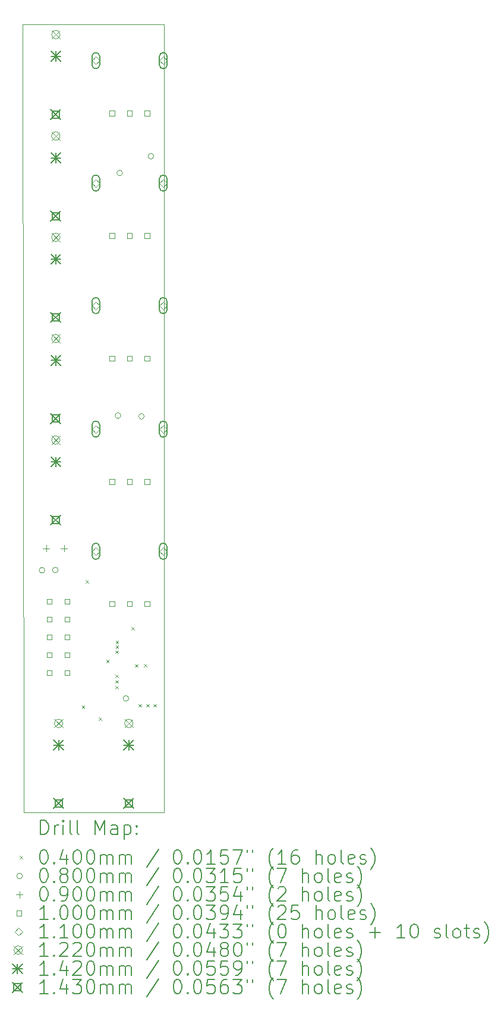
<source format=gbr>
%TF.GenerationSoftware,KiCad,Pcbnew,6.0.11+dfsg-1~bpo11+1*%
%TF.CreationDate,2023-11-22T17:04:01+08:00*%
%TF.ProjectId,MiniAttenuMix - Main,4d696e69-4174-4746-956e-754d6978202d,v0.2*%
%TF.SameCoordinates,Original*%
%TF.FileFunction,Drillmap*%
%TF.FilePolarity,Positive*%
%FSLAX45Y45*%
G04 Gerber Fmt 4.5, Leading zero omitted, Abs format (unit mm)*
G04 Created by KiCad (PCBNEW 6.0.11+dfsg-1~bpo11+1) date 2023-11-22 17:04:01*
%MOMM*%
%LPD*%
G01*
G04 APERTURE LIST*
%ADD10C,0.100000*%
%ADD11C,0.200000*%
%ADD12C,0.040000*%
%ADD13C,0.080000*%
%ADD14C,0.090000*%
%ADD15C,0.110000*%
%ADD16C,0.122000*%
%ADD17C,0.142000*%
%ADD18C,0.143000*%
G04 APERTURE END LIST*
D10*
X13990000Y-3800000D02*
X14000000Y-15020000D01*
X16000000Y-15020000D02*
X16000000Y-3800000D01*
X14000000Y-15020000D02*
X16000000Y-15020000D01*
X13990000Y-3800000D02*
X16000000Y-3800000D01*
D11*
D12*
X14830000Y-13500000D02*
X14870000Y-13540000D01*
X14870000Y-13500000D02*
X14830000Y-13540000D01*
X14887500Y-11715000D02*
X14927500Y-11755000D01*
X14927500Y-11715000D02*
X14887500Y-11755000D01*
X15070000Y-13670000D02*
X15110000Y-13710000D01*
X15110000Y-13670000D02*
X15070000Y-13710000D01*
X15178307Y-12850693D02*
X15218307Y-12890693D01*
X15218307Y-12850693D02*
X15178307Y-12890693D01*
X15309000Y-13060000D02*
X15349000Y-13100000D01*
X15349000Y-13060000D02*
X15309000Y-13100000D01*
X15309000Y-13140000D02*
X15349000Y-13180000D01*
X15349000Y-13140000D02*
X15309000Y-13180000D01*
X15309000Y-13220000D02*
X15349000Y-13260000D01*
X15349000Y-13220000D02*
X15309000Y-13260000D01*
X15310000Y-12717500D02*
X15350000Y-12757500D01*
X15350000Y-12717500D02*
X15310000Y-12757500D01*
X15312500Y-12575000D02*
X15352500Y-12615000D01*
X15352500Y-12575000D02*
X15312500Y-12615000D01*
X15312500Y-12642500D02*
X15352500Y-12682500D01*
X15352500Y-12642500D02*
X15312500Y-12682500D01*
X15540000Y-12382600D02*
X15580000Y-12422600D01*
X15580000Y-12382600D02*
X15540000Y-12422600D01*
X15590000Y-12912500D02*
X15630000Y-12952500D01*
X15630000Y-12912500D02*
X15590000Y-12952500D01*
X15640000Y-13480000D02*
X15680000Y-13520000D01*
X15680000Y-13480000D02*
X15640000Y-13520000D01*
X15715000Y-12907500D02*
X15755000Y-12947500D01*
X15755000Y-12907500D02*
X15715000Y-12947500D01*
X15750000Y-13480000D02*
X15790000Y-13520000D01*
X15790000Y-13480000D02*
X15750000Y-13520000D01*
X15850000Y-13480000D02*
X15890000Y-13520000D01*
X15890000Y-13480000D02*
X15850000Y-13520000D01*
D13*
X14302500Y-11572500D02*
G75*
G03*
X14302500Y-11572500I-40000J0D01*
G01*
X14492500Y-11570000D02*
G75*
G03*
X14492500Y-11570000I-40000J0D01*
G01*
X15385490Y-9370000D02*
G75*
G03*
X15385490Y-9370000I-40000J0D01*
G01*
X15410000Y-5915000D02*
G75*
G03*
X15410000Y-5915000I-40000J0D01*
G01*
X15499000Y-13399000D02*
G75*
G03*
X15499000Y-13399000I-40000J0D01*
G01*
X15720000Y-9380000D02*
G75*
G03*
X15720000Y-9380000I-40000J0D01*
G01*
X15854779Y-5674779D02*
G75*
G03*
X15854779Y-5674779I-40000J0D01*
G01*
D14*
X14323500Y-11215000D02*
X14323500Y-11305000D01*
X14278500Y-11260000D02*
X14368500Y-11260000D01*
X14577500Y-11215000D02*
X14577500Y-11305000D01*
X14532500Y-11260000D02*
X14622500Y-11260000D01*
D10*
X14405106Y-12052356D02*
X14405106Y-11981644D01*
X14334394Y-11981644D01*
X14334394Y-12052356D01*
X14405106Y-12052356D01*
X14405106Y-12306356D02*
X14405106Y-12235644D01*
X14334394Y-12235644D01*
X14334394Y-12306356D01*
X14405106Y-12306356D01*
X14405106Y-12560356D02*
X14405106Y-12489644D01*
X14334394Y-12489644D01*
X14334394Y-12560356D01*
X14405106Y-12560356D01*
X14405106Y-12814356D02*
X14405106Y-12743644D01*
X14334394Y-12743644D01*
X14334394Y-12814356D01*
X14405106Y-12814356D01*
X14405106Y-13068356D02*
X14405106Y-12997644D01*
X14334394Y-12997644D01*
X14334394Y-13068356D01*
X14405106Y-13068356D01*
X14659106Y-12052356D02*
X14659106Y-11981644D01*
X14588394Y-11981644D01*
X14588394Y-12052356D01*
X14659106Y-12052356D01*
X14659106Y-12306356D02*
X14659106Y-12235644D01*
X14588394Y-12235644D01*
X14588394Y-12306356D01*
X14659106Y-12306356D01*
X14659106Y-12560356D02*
X14659106Y-12489644D01*
X14588394Y-12489644D01*
X14588394Y-12560356D01*
X14659106Y-12560356D01*
X14659106Y-12814356D02*
X14659106Y-12743644D01*
X14588394Y-12743644D01*
X14588394Y-12814356D01*
X14659106Y-12814356D01*
X14659106Y-13068356D02*
X14659106Y-12997644D01*
X14588394Y-12997644D01*
X14588394Y-13068356D01*
X14659106Y-13068356D01*
X15295356Y-5097856D02*
X15295356Y-5027144D01*
X15224644Y-5027144D01*
X15224644Y-5097856D01*
X15295356Y-5097856D01*
X15295356Y-6842636D02*
X15295356Y-6771924D01*
X15224644Y-6771924D01*
X15224644Y-6842636D01*
X15295356Y-6842636D01*
X15295356Y-8587856D02*
X15295356Y-8517144D01*
X15224644Y-8517144D01*
X15224644Y-8587856D01*
X15295356Y-8587856D01*
X15295356Y-10347856D02*
X15295356Y-10277144D01*
X15224644Y-10277144D01*
X15224644Y-10347856D01*
X15295356Y-10347856D01*
X15295356Y-12087856D02*
X15295356Y-12017144D01*
X15224644Y-12017144D01*
X15224644Y-12087856D01*
X15295356Y-12087856D01*
X15545356Y-5097856D02*
X15545356Y-5027144D01*
X15474644Y-5027144D01*
X15474644Y-5097856D01*
X15545356Y-5097856D01*
X15545356Y-6842636D02*
X15545356Y-6771924D01*
X15474644Y-6771924D01*
X15474644Y-6842636D01*
X15545356Y-6842636D01*
X15545356Y-8587856D02*
X15545356Y-8517144D01*
X15474644Y-8517144D01*
X15474644Y-8587856D01*
X15545356Y-8587856D01*
X15545356Y-10347856D02*
X15545356Y-10277144D01*
X15474644Y-10277144D01*
X15474644Y-10347856D01*
X15545356Y-10347856D01*
X15545356Y-12087856D02*
X15545356Y-12017144D01*
X15474644Y-12017144D01*
X15474644Y-12087856D01*
X15545356Y-12087856D01*
X15795356Y-5097856D02*
X15795356Y-5027144D01*
X15724644Y-5027144D01*
X15724644Y-5097856D01*
X15795356Y-5097856D01*
X15795356Y-6842636D02*
X15795356Y-6771924D01*
X15724644Y-6771924D01*
X15724644Y-6842636D01*
X15795356Y-6842636D01*
X15795356Y-8587856D02*
X15795356Y-8517144D01*
X15724644Y-8517144D01*
X15724644Y-8587856D01*
X15795356Y-8587856D01*
X15795356Y-10347856D02*
X15795356Y-10277144D01*
X15724644Y-10277144D01*
X15724644Y-10347856D01*
X15795356Y-10347856D01*
X15795356Y-12087856D02*
X15795356Y-12017144D01*
X15724644Y-12017144D01*
X15724644Y-12087856D01*
X15795356Y-12087856D01*
D15*
X15030000Y-4367500D02*
X15085000Y-4312500D01*
X15030000Y-4257500D01*
X14975000Y-4312500D01*
X15030000Y-4367500D01*
D11*
X15085000Y-4372500D02*
X15085000Y-4252500D01*
X14975000Y-4372500D02*
X14975000Y-4252500D01*
X15085000Y-4252500D02*
G75*
G03*
X14975000Y-4252500I-55000J0D01*
G01*
X14975000Y-4372500D02*
G75*
G03*
X15085000Y-4372500I55000J0D01*
G01*
D15*
X15030000Y-6112280D02*
X15085000Y-6057280D01*
X15030000Y-6002280D01*
X14975000Y-6057280D01*
X15030000Y-6112280D01*
D11*
X15085000Y-6117280D02*
X15085000Y-5997280D01*
X14975000Y-6117280D02*
X14975000Y-5997280D01*
X15085000Y-5997280D02*
G75*
G03*
X14975000Y-5997280I-55000J0D01*
G01*
X14975000Y-6117280D02*
G75*
G03*
X15085000Y-6117280I55000J0D01*
G01*
D15*
X15030000Y-7857500D02*
X15085000Y-7802500D01*
X15030000Y-7747500D01*
X14975000Y-7802500D01*
X15030000Y-7857500D01*
D11*
X15085000Y-7862500D02*
X15085000Y-7742500D01*
X14975000Y-7862500D02*
X14975000Y-7742500D01*
X15085000Y-7742500D02*
G75*
G03*
X14975000Y-7742500I-55000J0D01*
G01*
X14975000Y-7862500D02*
G75*
G03*
X15085000Y-7862500I55000J0D01*
G01*
D15*
X15030000Y-9617500D02*
X15085000Y-9562500D01*
X15030000Y-9507500D01*
X14975000Y-9562500D01*
X15030000Y-9617500D01*
D11*
X15085000Y-9622500D02*
X15085000Y-9502500D01*
X14975000Y-9622500D02*
X14975000Y-9502500D01*
X15085000Y-9502500D02*
G75*
G03*
X14975000Y-9502500I-55000J0D01*
G01*
X14975000Y-9622500D02*
G75*
G03*
X15085000Y-9622500I55000J0D01*
G01*
D15*
X15030000Y-11357500D02*
X15085000Y-11302500D01*
X15030000Y-11247500D01*
X14975000Y-11302500D01*
X15030000Y-11357500D01*
D11*
X15085000Y-11362500D02*
X15085000Y-11242500D01*
X14975000Y-11362500D02*
X14975000Y-11242500D01*
X15085000Y-11242500D02*
G75*
G03*
X14975000Y-11242500I-55000J0D01*
G01*
X14975000Y-11362500D02*
G75*
G03*
X15085000Y-11362500I55000J0D01*
G01*
D15*
X15990000Y-4367500D02*
X16045000Y-4312500D01*
X15990000Y-4257500D01*
X15935000Y-4312500D01*
X15990000Y-4367500D01*
D11*
X16045000Y-4372500D02*
X16045000Y-4252500D01*
X15935000Y-4372500D02*
X15935000Y-4252500D01*
X16045000Y-4252500D02*
G75*
G03*
X15935000Y-4252500I-55000J0D01*
G01*
X15935000Y-4372500D02*
G75*
G03*
X16045000Y-4372500I55000J0D01*
G01*
D15*
X15990000Y-6112280D02*
X16045000Y-6057280D01*
X15990000Y-6002280D01*
X15935000Y-6057280D01*
X15990000Y-6112280D01*
D11*
X16045000Y-6117280D02*
X16045000Y-5997280D01*
X15935000Y-6117280D02*
X15935000Y-5997280D01*
X16045000Y-5997280D02*
G75*
G03*
X15935000Y-5997280I-55000J0D01*
G01*
X15935000Y-6117280D02*
G75*
G03*
X16045000Y-6117280I55000J0D01*
G01*
D15*
X15990000Y-7857500D02*
X16045000Y-7802500D01*
X15990000Y-7747500D01*
X15935000Y-7802500D01*
X15990000Y-7857500D01*
D11*
X16045000Y-7862500D02*
X16045000Y-7742500D01*
X15935000Y-7862500D02*
X15935000Y-7742500D01*
X16045000Y-7742500D02*
G75*
G03*
X15935000Y-7742500I-55000J0D01*
G01*
X15935000Y-7862500D02*
G75*
G03*
X16045000Y-7862500I55000J0D01*
G01*
D15*
X15990000Y-9617500D02*
X16045000Y-9562500D01*
X15990000Y-9507500D01*
X15935000Y-9562500D01*
X15990000Y-9617500D01*
D11*
X16045000Y-9622500D02*
X16045000Y-9502500D01*
X15935000Y-9622500D02*
X15935000Y-9502500D01*
X16045000Y-9502500D02*
G75*
G03*
X15935000Y-9502500I-55000J0D01*
G01*
X15935000Y-9622500D02*
G75*
G03*
X16045000Y-9622500I55000J0D01*
G01*
D15*
X15990000Y-11357500D02*
X16045000Y-11302500D01*
X15990000Y-11247500D01*
X15935000Y-11302500D01*
X15990000Y-11357500D01*
D11*
X16045000Y-11362500D02*
X16045000Y-11242500D01*
X15935000Y-11362500D02*
X15935000Y-11242500D01*
X16045000Y-11242500D02*
G75*
G03*
X15935000Y-11242500I-55000J0D01*
G01*
X15935000Y-11362500D02*
G75*
G03*
X16045000Y-11362500I55000J0D01*
G01*
D16*
X14399000Y-3881000D02*
X14521000Y-4003000D01*
X14521000Y-3881000D02*
X14399000Y-4003000D01*
X14521000Y-3942000D02*
G75*
G03*
X14521000Y-3942000I-61000J0D01*
G01*
X14399000Y-5326000D02*
X14521000Y-5448000D01*
X14521000Y-5326000D02*
X14399000Y-5448000D01*
X14521000Y-5387000D02*
G75*
G03*
X14521000Y-5387000I-61000J0D01*
G01*
X14399000Y-6769000D02*
X14521000Y-6891000D01*
X14521000Y-6769000D02*
X14399000Y-6891000D01*
X14521000Y-6830000D02*
G75*
G03*
X14521000Y-6830000I-61000J0D01*
G01*
X14399000Y-8211000D02*
X14521000Y-8333000D01*
X14521000Y-8211000D02*
X14399000Y-8333000D01*
X14521000Y-8272000D02*
G75*
G03*
X14521000Y-8272000I-61000J0D01*
G01*
X14399000Y-9656000D02*
X14521000Y-9778000D01*
X14521000Y-9656000D02*
X14399000Y-9778000D01*
X14521000Y-9717000D02*
G75*
G03*
X14521000Y-9717000I-61000J0D01*
G01*
X14439000Y-13694000D02*
X14561000Y-13816000D01*
X14561000Y-13694000D02*
X14439000Y-13816000D01*
X14561000Y-13755000D02*
G75*
G03*
X14561000Y-13755000I-61000J0D01*
G01*
X15439000Y-13694000D02*
X15561000Y-13816000D01*
X15561000Y-13694000D02*
X15439000Y-13816000D01*
X15561000Y-13755000D02*
G75*
G03*
X15561000Y-13755000I-61000J0D01*
G01*
D17*
X14389000Y-4181000D02*
X14531000Y-4323000D01*
X14531000Y-4181000D02*
X14389000Y-4323000D01*
X14460000Y-4181000D02*
X14460000Y-4323000D01*
X14389000Y-4252000D02*
X14531000Y-4252000D01*
X14389000Y-5626000D02*
X14531000Y-5768000D01*
X14531000Y-5626000D02*
X14389000Y-5768000D01*
X14460000Y-5626000D02*
X14460000Y-5768000D01*
X14389000Y-5697000D02*
X14531000Y-5697000D01*
X14389000Y-7069000D02*
X14531000Y-7211000D01*
X14531000Y-7069000D02*
X14389000Y-7211000D01*
X14460000Y-7069000D02*
X14460000Y-7211000D01*
X14389000Y-7140000D02*
X14531000Y-7140000D01*
X14389000Y-8511000D02*
X14531000Y-8653000D01*
X14531000Y-8511000D02*
X14389000Y-8653000D01*
X14460000Y-8511000D02*
X14460000Y-8653000D01*
X14389000Y-8582000D02*
X14531000Y-8582000D01*
X14389000Y-9956000D02*
X14531000Y-10098000D01*
X14531000Y-9956000D02*
X14389000Y-10098000D01*
X14460000Y-9956000D02*
X14460000Y-10098000D01*
X14389000Y-10027000D02*
X14531000Y-10027000D01*
X14429000Y-13994000D02*
X14571000Y-14136000D01*
X14571000Y-13994000D02*
X14429000Y-14136000D01*
X14500000Y-13994000D02*
X14500000Y-14136000D01*
X14429000Y-14065000D02*
X14571000Y-14065000D01*
X15429000Y-13994000D02*
X15571000Y-14136000D01*
X15571000Y-13994000D02*
X15429000Y-14136000D01*
X15500000Y-13994000D02*
X15500000Y-14136000D01*
X15429000Y-14065000D02*
X15571000Y-14065000D01*
D18*
X14388500Y-5010500D02*
X14531500Y-5153500D01*
X14531500Y-5010500D02*
X14388500Y-5153500D01*
X14510559Y-5132559D02*
X14510559Y-5031441D01*
X14409441Y-5031441D01*
X14409441Y-5132559D01*
X14510559Y-5132559D01*
X14388500Y-6455500D02*
X14531500Y-6598500D01*
X14531500Y-6455500D02*
X14388500Y-6598500D01*
X14510559Y-6577559D02*
X14510559Y-6476441D01*
X14409441Y-6476441D01*
X14409441Y-6577559D01*
X14510559Y-6577559D01*
X14388500Y-7898500D02*
X14531500Y-8041500D01*
X14531500Y-7898500D02*
X14388500Y-8041500D01*
X14510559Y-8020559D02*
X14510559Y-7919441D01*
X14409441Y-7919441D01*
X14409441Y-8020559D01*
X14510559Y-8020559D01*
X14388500Y-9340500D02*
X14531500Y-9483500D01*
X14531500Y-9340500D02*
X14388500Y-9483500D01*
X14510559Y-9462559D02*
X14510559Y-9361441D01*
X14409441Y-9361441D01*
X14409441Y-9462559D01*
X14510559Y-9462559D01*
X14388500Y-10785500D02*
X14531500Y-10928500D01*
X14531500Y-10785500D02*
X14388500Y-10928500D01*
X14510559Y-10907559D02*
X14510559Y-10806441D01*
X14409441Y-10806441D01*
X14409441Y-10907559D01*
X14510559Y-10907559D01*
X14428500Y-14823500D02*
X14571500Y-14966500D01*
X14571500Y-14823500D02*
X14428500Y-14966500D01*
X14550559Y-14945559D02*
X14550559Y-14844441D01*
X14449441Y-14844441D01*
X14449441Y-14945559D01*
X14550559Y-14945559D01*
X15428500Y-14823500D02*
X15571500Y-14966500D01*
X15571500Y-14823500D02*
X15428500Y-14966500D01*
X15550559Y-14945559D02*
X15550559Y-14844441D01*
X15449441Y-14844441D01*
X15449441Y-14945559D01*
X15550559Y-14945559D01*
D11*
X14242619Y-15335476D02*
X14242619Y-15135476D01*
X14290238Y-15135476D01*
X14318809Y-15145000D01*
X14337857Y-15164048D01*
X14347381Y-15183095D01*
X14356905Y-15221190D01*
X14356905Y-15249762D01*
X14347381Y-15287857D01*
X14337857Y-15306905D01*
X14318809Y-15325952D01*
X14290238Y-15335476D01*
X14242619Y-15335476D01*
X14442619Y-15335476D02*
X14442619Y-15202143D01*
X14442619Y-15240238D02*
X14452143Y-15221190D01*
X14461667Y-15211667D01*
X14480714Y-15202143D01*
X14499762Y-15202143D01*
X14566428Y-15335476D02*
X14566428Y-15202143D01*
X14566428Y-15135476D02*
X14556905Y-15145000D01*
X14566428Y-15154524D01*
X14575952Y-15145000D01*
X14566428Y-15135476D01*
X14566428Y-15154524D01*
X14690238Y-15335476D02*
X14671190Y-15325952D01*
X14661667Y-15306905D01*
X14661667Y-15135476D01*
X14795000Y-15335476D02*
X14775952Y-15325952D01*
X14766428Y-15306905D01*
X14766428Y-15135476D01*
X15023571Y-15335476D02*
X15023571Y-15135476D01*
X15090238Y-15278333D01*
X15156905Y-15135476D01*
X15156905Y-15335476D01*
X15337857Y-15335476D02*
X15337857Y-15230714D01*
X15328333Y-15211667D01*
X15309286Y-15202143D01*
X15271190Y-15202143D01*
X15252143Y-15211667D01*
X15337857Y-15325952D02*
X15318809Y-15335476D01*
X15271190Y-15335476D01*
X15252143Y-15325952D01*
X15242619Y-15306905D01*
X15242619Y-15287857D01*
X15252143Y-15268809D01*
X15271190Y-15259286D01*
X15318809Y-15259286D01*
X15337857Y-15249762D01*
X15433095Y-15202143D02*
X15433095Y-15402143D01*
X15433095Y-15211667D02*
X15452143Y-15202143D01*
X15490238Y-15202143D01*
X15509286Y-15211667D01*
X15518809Y-15221190D01*
X15528333Y-15240238D01*
X15528333Y-15297381D01*
X15518809Y-15316428D01*
X15509286Y-15325952D01*
X15490238Y-15335476D01*
X15452143Y-15335476D01*
X15433095Y-15325952D01*
X15614048Y-15316428D02*
X15623571Y-15325952D01*
X15614048Y-15335476D01*
X15604524Y-15325952D01*
X15614048Y-15316428D01*
X15614048Y-15335476D01*
X15614048Y-15211667D02*
X15623571Y-15221190D01*
X15614048Y-15230714D01*
X15604524Y-15221190D01*
X15614048Y-15211667D01*
X15614048Y-15230714D01*
D12*
X13945000Y-15645000D02*
X13985000Y-15685000D01*
X13985000Y-15645000D02*
X13945000Y-15685000D01*
D11*
X14280714Y-15555476D02*
X14299762Y-15555476D01*
X14318809Y-15565000D01*
X14328333Y-15574524D01*
X14337857Y-15593571D01*
X14347381Y-15631667D01*
X14347381Y-15679286D01*
X14337857Y-15717381D01*
X14328333Y-15736428D01*
X14318809Y-15745952D01*
X14299762Y-15755476D01*
X14280714Y-15755476D01*
X14261667Y-15745952D01*
X14252143Y-15736428D01*
X14242619Y-15717381D01*
X14233095Y-15679286D01*
X14233095Y-15631667D01*
X14242619Y-15593571D01*
X14252143Y-15574524D01*
X14261667Y-15565000D01*
X14280714Y-15555476D01*
X14433095Y-15736428D02*
X14442619Y-15745952D01*
X14433095Y-15755476D01*
X14423571Y-15745952D01*
X14433095Y-15736428D01*
X14433095Y-15755476D01*
X14614048Y-15622143D02*
X14614048Y-15755476D01*
X14566428Y-15545952D02*
X14518809Y-15688809D01*
X14642619Y-15688809D01*
X14756905Y-15555476D02*
X14775952Y-15555476D01*
X14795000Y-15565000D01*
X14804524Y-15574524D01*
X14814048Y-15593571D01*
X14823571Y-15631667D01*
X14823571Y-15679286D01*
X14814048Y-15717381D01*
X14804524Y-15736428D01*
X14795000Y-15745952D01*
X14775952Y-15755476D01*
X14756905Y-15755476D01*
X14737857Y-15745952D01*
X14728333Y-15736428D01*
X14718809Y-15717381D01*
X14709286Y-15679286D01*
X14709286Y-15631667D01*
X14718809Y-15593571D01*
X14728333Y-15574524D01*
X14737857Y-15565000D01*
X14756905Y-15555476D01*
X14947381Y-15555476D02*
X14966428Y-15555476D01*
X14985476Y-15565000D01*
X14995000Y-15574524D01*
X15004524Y-15593571D01*
X15014048Y-15631667D01*
X15014048Y-15679286D01*
X15004524Y-15717381D01*
X14995000Y-15736428D01*
X14985476Y-15745952D01*
X14966428Y-15755476D01*
X14947381Y-15755476D01*
X14928333Y-15745952D01*
X14918809Y-15736428D01*
X14909286Y-15717381D01*
X14899762Y-15679286D01*
X14899762Y-15631667D01*
X14909286Y-15593571D01*
X14918809Y-15574524D01*
X14928333Y-15565000D01*
X14947381Y-15555476D01*
X15099762Y-15755476D02*
X15099762Y-15622143D01*
X15099762Y-15641190D02*
X15109286Y-15631667D01*
X15128333Y-15622143D01*
X15156905Y-15622143D01*
X15175952Y-15631667D01*
X15185476Y-15650714D01*
X15185476Y-15755476D01*
X15185476Y-15650714D02*
X15195000Y-15631667D01*
X15214048Y-15622143D01*
X15242619Y-15622143D01*
X15261667Y-15631667D01*
X15271190Y-15650714D01*
X15271190Y-15755476D01*
X15366428Y-15755476D02*
X15366428Y-15622143D01*
X15366428Y-15641190D02*
X15375952Y-15631667D01*
X15395000Y-15622143D01*
X15423571Y-15622143D01*
X15442619Y-15631667D01*
X15452143Y-15650714D01*
X15452143Y-15755476D01*
X15452143Y-15650714D02*
X15461667Y-15631667D01*
X15480714Y-15622143D01*
X15509286Y-15622143D01*
X15528333Y-15631667D01*
X15537857Y-15650714D01*
X15537857Y-15755476D01*
X15928333Y-15545952D02*
X15756905Y-15803095D01*
X16185476Y-15555476D02*
X16204524Y-15555476D01*
X16223571Y-15565000D01*
X16233095Y-15574524D01*
X16242619Y-15593571D01*
X16252143Y-15631667D01*
X16252143Y-15679286D01*
X16242619Y-15717381D01*
X16233095Y-15736428D01*
X16223571Y-15745952D01*
X16204524Y-15755476D01*
X16185476Y-15755476D01*
X16166428Y-15745952D01*
X16156905Y-15736428D01*
X16147381Y-15717381D01*
X16137857Y-15679286D01*
X16137857Y-15631667D01*
X16147381Y-15593571D01*
X16156905Y-15574524D01*
X16166428Y-15565000D01*
X16185476Y-15555476D01*
X16337857Y-15736428D02*
X16347381Y-15745952D01*
X16337857Y-15755476D01*
X16328333Y-15745952D01*
X16337857Y-15736428D01*
X16337857Y-15755476D01*
X16471190Y-15555476D02*
X16490238Y-15555476D01*
X16509286Y-15565000D01*
X16518809Y-15574524D01*
X16528333Y-15593571D01*
X16537857Y-15631667D01*
X16537857Y-15679286D01*
X16528333Y-15717381D01*
X16518809Y-15736428D01*
X16509286Y-15745952D01*
X16490238Y-15755476D01*
X16471190Y-15755476D01*
X16452143Y-15745952D01*
X16442619Y-15736428D01*
X16433095Y-15717381D01*
X16423571Y-15679286D01*
X16423571Y-15631667D01*
X16433095Y-15593571D01*
X16442619Y-15574524D01*
X16452143Y-15565000D01*
X16471190Y-15555476D01*
X16728333Y-15755476D02*
X16614048Y-15755476D01*
X16671190Y-15755476D02*
X16671190Y-15555476D01*
X16652143Y-15584048D01*
X16633095Y-15603095D01*
X16614048Y-15612619D01*
X16909286Y-15555476D02*
X16814048Y-15555476D01*
X16804524Y-15650714D01*
X16814048Y-15641190D01*
X16833095Y-15631667D01*
X16880714Y-15631667D01*
X16899762Y-15641190D01*
X16909286Y-15650714D01*
X16918810Y-15669762D01*
X16918810Y-15717381D01*
X16909286Y-15736428D01*
X16899762Y-15745952D01*
X16880714Y-15755476D01*
X16833095Y-15755476D01*
X16814048Y-15745952D01*
X16804524Y-15736428D01*
X16985476Y-15555476D02*
X17118810Y-15555476D01*
X17033095Y-15755476D01*
X17185476Y-15555476D02*
X17185476Y-15593571D01*
X17261667Y-15555476D02*
X17261667Y-15593571D01*
X17556905Y-15831667D02*
X17547381Y-15822143D01*
X17528333Y-15793571D01*
X17518810Y-15774524D01*
X17509286Y-15745952D01*
X17499762Y-15698333D01*
X17499762Y-15660238D01*
X17509286Y-15612619D01*
X17518810Y-15584048D01*
X17528333Y-15565000D01*
X17547381Y-15536428D01*
X17556905Y-15526905D01*
X17737857Y-15755476D02*
X17623571Y-15755476D01*
X17680714Y-15755476D02*
X17680714Y-15555476D01*
X17661667Y-15584048D01*
X17642619Y-15603095D01*
X17623571Y-15612619D01*
X17909286Y-15555476D02*
X17871190Y-15555476D01*
X17852143Y-15565000D01*
X17842619Y-15574524D01*
X17823571Y-15603095D01*
X17814048Y-15641190D01*
X17814048Y-15717381D01*
X17823571Y-15736428D01*
X17833095Y-15745952D01*
X17852143Y-15755476D01*
X17890238Y-15755476D01*
X17909286Y-15745952D01*
X17918810Y-15736428D01*
X17928333Y-15717381D01*
X17928333Y-15669762D01*
X17918810Y-15650714D01*
X17909286Y-15641190D01*
X17890238Y-15631667D01*
X17852143Y-15631667D01*
X17833095Y-15641190D01*
X17823571Y-15650714D01*
X17814048Y-15669762D01*
X18166429Y-15755476D02*
X18166429Y-15555476D01*
X18252143Y-15755476D02*
X18252143Y-15650714D01*
X18242619Y-15631667D01*
X18223571Y-15622143D01*
X18195000Y-15622143D01*
X18175952Y-15631667D01*
X18166429Y-15641190D01*
X18375952Y-15755476D02*
X18356905Y-15745952D01*
X18347381Y-15736428D01*
X18337857Y-15717381D01*
X18337857Y-15660238D01*
X18347381Y-15641190D01*
X18356905Y-15631667D01*
X18375952Y-15622143D01*
X18404524Y-15622143D01*
X18423571Y-15631667D01*
X18433095Y-15641190D01*
X18442619Y-15660238D01*
X18442619Y-15717381D01*
X18433095Y-15736428D01*
X18423571Y-15745952D01*
X18404524Y-15755476D01*
X18375952Y-15755476D01*
X18556905Y-15755476D02*
X18537857Y-15745952D01*
X18528333Y-15726905D01*
X18528333Y-15555476D01*
X18709286Y-15745952D02*
X18690238Y-15755476D01*
X18652143Y-15755476D01*
X18633095Y-15745952D01*
X18623571Y-15726905D01*
X18623571Y-15650714D01*
X18633095Y-15631667D01*
X18652143Y-15622143D01*
X18690238Y-15622143D01*
X18709286Y-15631667D01*
X18718810Y-15650714D01*
X18718810Y-15669762D01*
X18623571Y-15688809D01*
X18795000Y-15745952D02*
X18814048Y-15755476D01*
X18852143Y-15755476D01*
X18871190Y-15745952D01*
X18880714Y-15726905D01*
X18880714Y-15717381D01*
X18871190Y-15698333D01*
X18852143Y-15688809D01*
X18823571Y-15688809D01*
X18804524Y-15679286D01*
X18795000Y-15660238D01*
X18795000Y-15650714D01*
X18804524Y-15631667D01*
X18823571Y-15622143D01*
X18852143Y-15622143D01*
X18871190Y-15631667D01*
X18947381Y-15831667D02*
X18956905Y-15822143D01*
X18975952Y-15793571D01*
X18985476Y-15774524D01*
X18995000Y-15745952D01*
X19004524Y-15698333D01*
X19004524Y-15660238D01*
X18995000Y-15612619D01*
X18985476Y-15584048D01*
X18975952Y-15565000D01*
X18956905Y-15536428D01*
X18947381Y-15526905D01*
D13*
X13985000Y-15929000D02*
G75*
G03*
X13985000Y-15929000I-40000J0D01*
G01*
D11*
X14280714Y-15819476D02*
X14299762Y-15819476D01*
X14318809Y-15829000D01*
X14328333Y-15838524D01*
X14337857Y-15857571D01*
X14347381Y-15895667D01*
X14347381Y-15943286D01*
X14337857Y-15981381D01*
X14328333Y-16000428D01*
X14318809Y-16009952D01*
X14299762Y-16019476D01*
X14280714Y-16019476D01*
X14261667Y-16009952D01*
X14252143Y-16000428D01*
X14242619Y-15981381D01*
X14233095Y-15943286D01*
X14233095Y-15895667D01*
X14242619Y-15857571D01*
X14252143Y-15838524D01*
X14261667Y-15829000D01*
X14280714Y-15819476D01*
X14433095Y-16000428D02*
X14442619Y-16009952D01*
X14433095Y-16019476D01*
X14423571Y-16009952D01*
X14433095Y-16000428D01*
X14433095Y-16019476D01*
X14556905Y-15905190D02*
X14537857Y-15895667D01*
X14528333Y-15886143D01*
X14518809Y-15867095D01*
X14518809Y-15857571D01*
X14528333Y-15838524D01*
X14537857Y-15829000D01*
X14556905Y-15819476D01*
X14595000Y-15819476D01*
X14614048Y-15829000D01*
X14623571Y-15838524D01*
X14633095Y-15857571D01*
X14633095Y-15867095D01*
X14623571Y-15886143D01*
X14614048Y-15895667D01*
X14595000Y-15905190D01*
X14556905Y-15905190D01*
X14537857Y-15914714D01*
X14528333Y-15924238D01*
X14518809Y-15943286D01*
X14518809Y-15981381D01*
X14528333Y-16000428D01*
X14537857Y-16009952D01*
X14556905Y-16019476D01*
X14595000Y-16019476D01*
X14614048Y-16009952D01*
X14623571Y-16000428D01*
X14633095Y-15981381D01*
X14633095Y-15943286D01*
X14623571Y-15924238D01*
X14614048Y-15914714D01*
X14595000Y-15905190D01*
X14756905Y-15819476D02*
X14775952Y-15819476D01*
X14795000Y-15829000D01*
X14804524Y-15838524D01*
X14814048Y-15857571D01*
X14823571Y-15895667D01*
X14823571Y-15943286D01*
X14814048Y-15981381D01*
X14804524Y-16000428D01*
X14795000Y-16009952D01*
X14775952Y-16019476D01*
X14756905Y-16019476D01*
X14737857Y-16009952D01*
X14728333Y-16000428D01*
X14718809Y-15981381D01*
X14709286Y-15943286D01*
X14709286Y-15895667D01*
X14718809Y-15857571D01*
X14728333Y-15838524D01*
X14737857Y-15829000D01*
X14756905Y-15819476D01*
X14947381Y-15819476D02*
X14966428Y-15819476D01*
X14985476Y-15829000D01*
X14995000Y-15838524D01*
X15004524Y-15857571D01*
X15014048Y-15895667D01*
X15014048Y-15943286D01*
X15004524Y-15981381D01*
X14995000Y-16000428D01*
X14985476Y-16009952D01*
X14966428Y-16019476D01*
X14947381Y-16019476D01*
X14928333Y-16009952D01*
X14918809Y-16000428D01*
X14909286Y-15981381D01*
X14899762Y-15943286D01*
X14899762Y-15895667D01*
X14909286Y-15857571D01*
X14918809Y-15838524D01*
X14928333Y-15829000D01*
X14947381Y-15819476D01*
X15099762Y-16019476D02*
X15099762Y-15886143D01*
X15099762Y-15905190D02*
X15109286Y-15895667D01*
X15128333Y-15886143D01*
X15156905Y-15886143D01*
X15175952Y-15895667D01*
X15185476Y-15914714D01*
X15185476Y-16019476D01*
X15185476Y-15914714D02*
X15195000Y-15895667D01*
X15214048Y-15886143D01*
X15242619Y-15886143D01*
X15261667Y-15895667D01*
X15271190Y-15914714D01*
X15271190Y-16019476D01*
X15366428Y-16019476D02*
X15366428Y-15886143D01*
X15366428Y-15905190D02*
X15375952Y-15895667D01*
X15395000Y-15886143D01*
X15423571Y-15886143D01*
X15442619Y-15895667D01*
X15452143Y-15914714D01*
X15452143Y-16019476D01*
X15452143Y-15914714D02*
X15461667Y-15895667D01*
X15480714Y-15886143D01*
X15509286Y-15886143D01*
X15528333Y-15895667D01*
X15537857Y-15914714D01*
X15537857Y-16019476D01*
X15928333Y-15809952D02*
X15756905Y-16067095D01*
X16185476Y-15819476D02*
X16204524Y-15819476D01*
X16223571Y-15829000D01*
X16233095Y-15838524D01*
X16242619Y-15857571D01*
X16252143Y-15895667D01*
X16252143Y-15943286D01*
X16242619Y-15981381D01*
X16233095Y-16000428D01*
X16223571Y-16009952D01*
X16204524Y-16019476D01*
X16185476Y-16019476D01*
X16166428Y-16009952D01*
X16156905Y-16000428D01*
X16147381Y-15981381D01*
X16137857Y-15943286D01*
X16137857Y-15895667D01*
X16147381Y-15857571D01*
X16156905Y-15838524D01*
X16166428Y-15829000D01*
X16185476Y-15819476D01*
X16337857Y-16000428D02*
X16347381Y-16009952D01*
X16337857Y-16019476D01*
X16328333Y-16009952D01*
X16337857Y-16000428D01*
X16337857Y-16019476D01*
X16471190Y-15819476D02*
X16490238Y-15819476D01*
X16509286Y-15829000D01*
X16518809Y-15838524D01*
X16528333Y-15857571D01*
X16537857Y-15895667D01*
X16537857Y-15943286D01*
X16528333Y-15981381D01*
X16518809Y-16000428D01*
X16509286Y-16009952D01*
X16490238Y-16019476D01*
X16471190Y-16019476D01*
X16452143Y-16009952D01*
X16442619Y-16000428D01*
X16433095Y-15981381D01*
X16423571Y-15943286D01*
X16423571Y-15895667D01*
X16433095Y-15857571D01*
X16442619Y-15838524D01*
X16452143Y-15829000D01*
X16471190Y-15819476D01*
X16604524Y-15819476D02*
X16728333Y-15819476D01*
X16661667Y-15895667D01*
X16690238Y-15895667D01*
X16709286Y-15905190D01*
X16718809Y-15914714D01*
X16728333Y-15933762D01*
X16728333Y-15981381D01*
X16718809Y-16000428D01*
X16709286Y-16009952D01*
X16690238Y-16019476D01*
X16633095Y-16019476D01*
X16614048Y-16009952D01*
X16604524Y-16000428D01*
X16918810Y-16019476D02*
X16804524Y-16019476D01*
X16861667Y-16019476D02*
X16861667Y-15819476D01*
X16842619Y-15848048D01*
X16823571Y-15867095D01*
X16804524Y-15876619D01*
X17099762Y-15819476D02*
X17004524Y-15819476D01*
X16995000Y-15914714D01*
X17004524Y-15905190D01*
X17023571Y-15895667D01*
X17071190Y-15895667D01*
X17090238Y-15905190D01*
X17099762Y-15914714D01*
X17109286Y-15933762D01*
X17109286Y-15981381D01*
X17099762Y-16000428D01*
X17090238Y-16009952D01*
X17071190Y-16019476D01*
X17023571Y-16019476D01*
X17004524Y-16009952D01*
X16995000Y-16000428D01*
X17185476Y-15819476D02*
X17185476Y-15857571D01*
X17261667Y-15819476D02*
X17261667Y-15857571D01*
X17556905Y-16095667D02*
X17547381Y-16086143D01*
X17528333Y-16057571D01*
X17518810Y-16038524D01*
X17509286Y-16009952D01*
X17499762Y-15962333D01*
X17499762Y-15924238D01*
X17509286Y-15876619D01*
X17518810Y-15848048D01*
X17528333Y-15829000D01*
X17547381Y-15800428D01*
X17556905Y-15790905D01*
X17614048Y-15819476D02*
X17747381Y-15819476D01*
X17661667Y-16019476D01*
X17975952Y-16019476D02*
X17975952Y-15819476D01*
X18061667Y-16019476D02*
X18061667Y-15914714D01*
X18052143Y-15895667D01*
X18033095Y-15886143D01*
X18004524Y-15886143D01*
X17985476Y-15895667D01*
X17975952Y-15905190D01*
X18185476Y-16019476D02*
X18166429Y-16009952D01*
X18156905Y-16000428D01*
X18147381Y-15981381D01*
X18147381Y-15924238D01*
X18156905Y-15905190D01*
X18166429Y-15895667D01*
X18185476Y-15886143D01*
X18214048Y-15886143D01*
X18233095Y-15895667D01*
X18242619Y-15905190D01*
X18252143Y-15924238D01*
X18252143Y-15981381D01*
X18242619Y-16000428D01*
X18233095Y-16009952D01*
X18214048Y-16019476D01*
X18185476Y-16019476D01*
X18366429Y-16019476D02*
X18347381Y-16009952D01*
X18337857Y-15990905D01*
X18337857Y-15819476D01*
X18518810Y-16009952D02*
X18499762Y-16019476D01*
X18461667Y-16019476D01*
X18442619Y-16009952D01*
X18433095Y-15990905D01*
X18433095Y-15914714D01*
X18442619Y-15895667D01*
X18461667Y-15886143D01*
X18499762Y-15886143D01*
X18518810Y-15895667D01*
X18528333Y-15914714D01*
X18528333Y-15933762D01*
X18433095Y-15952809D01*
X18604524Y-16009952D02*
X18623571Y-16019476D01*
X18661667Y-16019476D01*
X18680714Y-16009952D01*
X18690238Y-15990905D01*
X18690238Y-15981381D01*
X18680714Y-15962333D01*
X18661667Y-15952809D01*
X18633095Y-15952809D01*
X18614048Y-15943286D01*
X18604524Y-15924238D01*
X18604524Y-15914714D01*
X18614048Y-15895667D01*
X18633095Y-15886143D01*
X18661667Y-15886143D01*
X18680714Y-15895667D01*
X18756905Y-16095667D02*
X18766429Y-16086143D01*
X18785476Y-16057571D01*
X18795000Y-16038524D01*
X18804524Y-16009952D01*
X18814048Y-15962333D01*
X18814048Y-15924238D01*
X18804524Y-15876619D01*
X18795000Y-15848048D01*
X18785476Y-15829000D01*
X18766429Y-15800428D01*
X18756905Y-15790905D01*
D14*
X13940000Y-16148000D02*
X13940000Y-16238000D01*
X13895000Y-16193000D02*
X13985000Y-16193000D01*
D11*
X14280714Y-16083476D02*
X14299762Y-16083476D01*
X14318809Y-16093000D01*
X14328333Y-16102524D01*
X14337857Y-16121571D01*
X14347381Y-16159667D01*
X14347381Y-16207286D01*
X14337857Y-16245381D01*
X14328333Y-16264428D01*
X14318809Y-16273952D01*
X14299762Y-16283476D01*
X14280714Y-16283476D01*
X14261667Y-16273952D01*
X14252143Y-16264428D01*
X14242619Y-16245381D01*
X14233095Y-16207286D01*
X14233095Y-16159667D01*
X14242619Y-16121571D01*
X14252143Y-16102524D01*
X14261667Y-16093000D01*
X14280714Y-16083476D01*
X14433095Y-16264428D02*
X14442619Y-16273952D01*
X14433095Y-16283476D01*
X14423571Y-16273952D01*
X14433095Y-16264428D01*
X14433095Y-16283476D01*
X14537857Y-16283476D02*
X14575952Y-16283476D01*
X14595000Y-16273952D01*
X14604524Y-16264428D01*
X14623571Y-16235857D01*
X14633095Y-16197762D01*
X14633095Y-16121571D01*
X14623571Y-16102524D01*
X14614048Y-16093000D01*
X14595000Y-16083476D01*
X14556905Y-16083476D01*
X14537857Y-16093000D01*
X14528333Y-16102524D01*
X14518809Y-16121571D01*
X14518809Y-16169190D01*
X14528333Y-16188238D01*
X14537857Y-16197762D01*
X14556905Y-16207286D01*
X14595000Y-16207286D01*
X14614048Y-16197762D01*
X14623571Y-16188238D01*
X14633095Y-16169190D01*
X14756905Y-16083476D02*
X14775952Y-16083476D01*
X14795000Y-16093000D01*
X14804524Y-16102524D01*
X14814048Y-16121571D01*
X14823571Y-16159667D01*
X14823571Y-16207286D01*
X14814048Y-16245381D01*
X14804524Y-16264428D01*
X14795000Y-16273952D01*
X14775952Y-16283476D01*
X14756905Y-16283476D01*
X14737857Y-16273952D01*
X14728333Y-16264428D01*
X14718809Y-16245381D01*
X14709286Y-16207286D01*
X14709286Y-16159667D01*
X14718809Y-16121571D01*
X14728333Y-16102524D01*
X14737857Y-16093000D01*
X14756905Y-16083476D01*
X14947381Y-16083476D02*
X14966428Y-16083476D01*
X14985476Y-16093000D01*
X14995000Y-16102524D01*
X15004524Y-16121571D01*
X15014048Y-16159667D01*
X15014048Y-16207286D01*
X15004524Y-16245381D01*
X14995000Y-16264428D01*
X14985476Y-16273952D01*
X14966428Y-16283476D01*
X14947381Y-16283476D01*
X14928333Y-16273952D01*
X14918809Y-16264428D01*
X14909286Y-16245381D01*
X14899762Y-16207286D01*
X14899762Y-16159667D01*
X14909286Y-16121571D01*
X14918809Y-16102524D01*
X14928333Y-16093000D01*
X14947381Y-16083476D01*
X15099762Y-16283476D02*
X15099762Y-16150143D01*
X15099762Y-16169190D02*
X15109286Y-16159667D01*
X15128333Y-16150143D01*
X15156905Y-16150143D01*
X15175952Y-16159667D01*
X15185476Y-16178714D01*
X15185476Y-16283476D01*
X15185476Y-16178714D02*
X15195000Y-16159667D01*
X15214048Y-16150143D01*
X15242619Y-16150143D01*
X15261667Y-16159667D01*
X15271190Y-16178714D01*
X15271190Y-16283476D01*
X15366428Y-16283476D02*
X15366428Y-16150143D01*
X15366428Y-16169190D02*
X15375952Y-16159667D01*
X15395000Y-16150143D01*
X15423571Y-16150143D01*
X15442619Y-16159667D01*
X15452143Y-16178714D01*
X15452143Y-16283476D01*
X15452143Y-16178714D02*
X15461667Y-16159667D01*
X15480714Y-16150143D01*
X15509286Y-16150143D01*
X15528333Y-16159667D01*
X15537857Y-16178714D01*
X15537857Y-16283476D01*
X15928333Y-16073952D02*
X15756905Y-16331095D01*
X16185476Y-16083476D02*
X16204524Y-16083476D01*
X16223571Y-16093000D01*
X16233095Y-16102524D01*
X16242619Y-16121571D01*
X16252143Y-16159667D01*
X16252143Y-16207286D01*
X16242619Y-16245381D01*
X16233095Y-16264428D01*
X16223571Y-16273952D01*
X16204524Y-16283476D01*
X16185476Y-16283476D01*
X16166428Y-16273952D01*
X16156905Y-16264428D01*
X16147381Y-16245381D01*
X16137857Y-16207286D01*
X16137857Y-16159667D01*
X16147381Y-16121571D01*
X16156905Y-16102524D01*
X16166428Y-16093000D01*
X16185476Y-16083476D01*
X16337857Y-16264428D02*
X16347381Y-16273952D01*
X16337857Y-16283476D01*
X16328333Y-16273952D01*
X16337857Y-16264428D01*
X16337857Y-16283476D01*
X16471190Y-16083476D02*
X16490238Y-16083476D01*
X16509286Y-16093000D01*
X16518809Y-16102524D01*
X16528333Y-16121571D01*
X16537857Y-16159667D01*
X16537857Y-16207286D01*
X16528333Y-16245381D01*
X16518809Y-16264428D01*
X16509286Y-16273952D01*
X16490238Y-16283476D01*
X16471190Y-16283476D01*
X16452143Y-16273952D01*
X16442619Y-16264428D01*
X16433095Y-16245381D01*
X16423571Y-16207286D01*
X16423571Y-16159667D01*
X16433095Y-16121571D01*
X16442619Y-16102524D01*
X16452143Y-16093000D01*
X16471190Y-16083476D01*
X16604524Y-16083476D02*
X16728333Y-16083476D01*
X16661667Y-16159667D01*
X16690238Y-16159667D01*
X16709286Y-16169190D01*
X16718809Y-16178714D01*
X16728333Y-16197762D01*
X16728333Y-16245381D01*
X16718809Y-16264428D01*
X16709286Y-16273952D01*
X16690238Y-16283476D01*
X16633095Y-16283476D01*
X16614048Y-16273952D01*
X16604524Y-16264428D01*
X16909286Y-16083476D02*
X16814048Y-16083476D01*
X16804524Y-16178714D01*
X16814048Y-16169190D01*
X16833095Y-16159667D01*
X16880714Y-16159667D01*
X16899762Y-16169190D01*
X16909286Y-16178714D01*
X16918810Y-16197762D01*
X16918810Y-16245381D01*
X16909286Y-16264428D01*
X16899762Y-16273952D01*
X16880714Y-16283476D01*
X16833095Y-16283476D01*
X16814048Y-16273952D01*
X16804524Y-16264428D01*
X17090238Y-16150143D02*
X17090238Y-16283476D01*
X17042619Y-16073952D02*
X16995000Y-16216809D01*
X17118810Y-16216809D01*
X17185476Y-16083476D02*
X17185476Y-16121571D01*
X17261667Y-16083476D02*
X17261667Y-16121571D01*
X17556905Y-16359667D02*
X17547381Y-16350143D01*
X17528333Y-16321571D01*
X17518810Y-16302524D01*
X17509286Y-16273952D01*
X17499762Y-16226333D01*
X17499762Y-16188238D01*
X17509286Y-16140619D01*
X17518810Y-16112048D01*
X17528333Y-16093000D01*
X17547381Y-16064428D01*
X17556905Y-16054905D01*
X17623571Y-16102524D02*
X17633095Y-16093000D01*
X17652143Y-16083476D01*
X17699762Y-16083476D01*
X17718810Y-16093000D01*
X17728333Y-16102524D01*
X17737857Y-16121571D01*
X17737857Y-16140619D01*
X17728333Y-16169190D01*
X17614048Y-16283476D01*
X17737857Y-16283476D01*
X17975952Y-16283476D02*
X17975952Y-16083476D01*
X18061667Y-16283476D02*
X18061667Y-16178714D01*
X18052143Y-16159667D01*
X18033095Y-16150143D01*
X18004524Y-16150143D01*
X17985476Y-16159667D01*
X17975952Y-16169190D01*
X18185476Y-16283476D02*
X18166429Y-16273952D01*
X18156905Y-16264428D01*
X18147381Y-16245381D01*
X18147381Y-16188238D01*
X18156905Y-16169190D01*
X18166429Y-16159667D01*
X18185476Y-16150143D01*
X18214048Y-16150143D01*
X18233095Y-16159667D01*
X18242619Y-16169190D01*
X18252143Y-16188238D01*
X18252143Y-16245381D01*
X18242619Y-16264428D01*
X18233095Y-16273952D01*
X18214048Y-16283476D01*
X18185476Y-16283476D01*
X18366429Y-16283476D02*
X18347381Y-16273952D01*
X18337857Y-16254905D01*
X18337857Y-16083476D01*
X18518810Y-16273952D02*
X18499762Y-16283476D01*
X18461667Y-16283476D01*
X18442619Y-16273952D01*
X18433095Y-16254905D01*
X18433095Y-16178714D01*
X18442619Y-16159667D01*
X18461667Y-16150143D01*
X18499762Y-16150143D01*
X18518810Y-16159667D01*
X18528333Y-16178714D01*
X18528333Y-16197762D01*
X18433095Y-16216809D01*
X18604524Y-16273952D02*
X18623571Y-16283476D01*
X18661667Y-16283476D01*
X18680714Y-16273952D01*
X18690238Y-16254905D01*
X18690238Y-16245381D01*
X18680714Y-16226333D01*
X18661667Y-16216809D01*
X18633095Y-16216809D01*
X18614048Y-16207286D01*
X18604524Y-16188238D01*
X18604524Y-16178714D01*
X18614048Y-16159667D01*
X18633095Y-16150143D01*
X18661667Y-16150143D01*
X18680714Y-16159667D01*
X18756905Y-16359667D02*
X18766429Y-16350143D01*
X18785476Y-16321571D01*
X18795000Y-16302524D01*
X18804524Y-16273952D01*
X18814048Y-16226333D01*
X18814048Y-16188238D01*
X18804524Y-16140619D01*
X18795000Y-16112048D01*
X18785476Y-16093000D01*
X18766429Y-16064428D01*
X18756905Y-16054905D01*
D10*
X13970356Y-16492356D02*
X13970356Y-16421644D01*
X13899644Y-16421644D01*
X13899644Y-16492356D01*
X13970356Y-16492356D01*
D11*
X14347381Y-16547476D02*
X14233095Y-16547476D01*
X14290238Y-16547476D02*
X14290238Y-16347476D01*
X14271190Y-16376048D01*
X14252143Y-16395095D01*
X14233095Y-16404619D01*
X14433095Y-16528428D02*
X14442619Y-16537952D01*
X14433095Y-16547476D01*
X14423571Y-16537952D01*
X14433095Y-16528428D01*
X14433095Y-16547476D01*
X14566428Y-16347476D02*
X14585476Y-16347476D01*
X14604524Y-16357000D01*
X14614048Y-16366524D01*
X14623571Y-16385571D01*
X14633095Y-16423667D01*
X14633095Y-16471286D01*
X14623571Y-16509381D01*
X14614048Y-16528428D01*
X14604524Y-16537952D01*
X14585476Y-16547476D01*
X14566428Y-16547476D01*
X14547381Y-16537952D01*
X14537857Y-16528428D01*
X14528333Y-16509381D01*
X14518809Y-16471286D01*
X14518809Y-16423667D01*
X14528333Y-16385571D01*
X14537857Y-16366524D01*
X14547381Y-16357000D01*
X14566428Y-16347476D01*
X14756905Y-16347476D02*
X14775952Y-16347476D01*
X14795000Y-16357000D01*
X14804524Y-16366524D01*
X14814048Y-16385571D01*
X14823571Y-16423667D01*
X14823571Y-16471286D01*
X14814048Y-16509381D01*
X14804524Y-16528428D01*
X14795000Y-16537952D01*
X14775952Y-16547476D01*
X14756905Y-16547476D01*
X14737857Y-16537952D01*
X14728333Y-16528428D01*
X14718809Y-16509381D01*
X14709286Y-16471286D01*
X14709286Y-16423667D01*
X14718809Y-16385571D01*
X14728333Y-16366524D01*
X14737857Y-16357000D01*
X14756905Y-16347476D01*
X14947381Y-16347476D02*
X14966428Y-16347476D01*
X14985476Y-16357000D01*
X14995000Y-16366524D01*
X15004524Y-16385571D01*
X15014048Y-16423667D01*
X15014048Y-16471286D01*
X15004524Y-16509381D01*
X14995000Y-16528428D01*
X14985476Y-16537952D01*
X14966428Y-16547476D01*
X14947381Y-16547476D01*
X14928333Y-16537952D01*
X14918809Y-16528428D01*
X14909286Y-16509381D01*
X14899762Y-16471286D01*
X14899762Y-16423667D01*
X14909286Y-16385571D01*
X14918809Y-16366524D01*
X14928333Y-16357000D01*
X14947381Y-16347476D01*
X15099762Y-16547476D02*
X15099762Y-16414143D01*
X15099762Y-16433190D02*
X15109286Y-16423667D01*
X15128333Y-16414143D01*
X15156905Y-16414143D01*
X15175952Y-16423667D01*
X15185476Y-16442714D01*
X15185476Y-16547476D01*
X15185476Y-16442714D02*
X15195000Y-16423667D01*
X15214048Y-16414143D01*
X15242619Y-16414143D01*
X15261667Y-16423667D01*
X15271190Y-16442714D01*
X15271190Y-16547476D01*
X15366428Y-16547476D02*
X15366428Y-16414143D01*
X15366428Y-16433190D02*
X15375952Y-16423667D01*
X15395000Y-16414143D01*
X15423571Y-16414143D01*
X15442619Y-16423667D01*
X15452143Y-16442714D01*
X15452143Y-16547476D01*
X15452143Y-16442714D02*
X15461667Y-16423667D01*
X15480714Y-16414143D01*
X15509286Y-16414143D01*
X15528333Y-16423667D01*
X15537857Y-16442714D01*
X15537857Y-16547476D01*
X15928333Y-16337952D02*
X15756905Y-16595095D01*
X16185476Y-16347476D02*
X16204524Y-16347476D01*
X16223571Y-16357000D01*
X16233095Y-16366524D01*
X16242619Y-16385571D01*
X16252143Y-16423667D01*
X16252143Y-16471286D01*
X16242619Y-16509381D01*
X16233095Y-16528428D01*
X16223571Y-16537952D01*
X16204524Y-16547476D01*
X16185476Y-16547476D01*
X16166428Y-16537952D01*
X16156905Y-16528428D01*
X16147381Y-16509381D01*
X16137857Y-16471286D01*
X16137857Y-16423667D01*
X16147381Y-16385571D01*
X16156905Y-16366524D01*
X16166428Y-16357000D01*
X16185476Y-16347476D01*
X16337857Y-16528428D02*
X16347381Y-16537952D01*
X16337857Y-16547476D01*
X16328333Y-16537952D01*
X16337857Y-16528428D01*
X16337857Y-16547476D01*
X16471190Y-16347476D02*
X16490238Y-16347476D01*
X16509286Y-16357000D01*
X16518809Y-16366524D01*
X16528333Y-16385571D01*
X16537857Y-16423667D01*
X16537857Y-16471286D01*
X16528333Y-16509381D01*
X16518809Y-16528428D01*
X16509286Y-16537952D01*
X16490238Y-16547476D01*
X16471190Y-16547476D01*
X16452143Y-16537952D01*
X16442619Y-16528428D01*
X16433095Y-16509381D01*
X16423571Y-16471286D01*
X16423571Y-16423667D01*
X16433095Y-16385571D01*
X16442619Y-16366524D01*
X16452143Y-16357000D01*
X16471190Y-16347476D01*
X16604524Y-16347476D02*
X16728333Y-16347476D01*
X16661667Y-16423667D01*
X16690238Y-16423667D01*
X16709286Y-16433190D01*
X16718809Y-16442714D01*
X16728333Y-16461762D01*
X16728333Y-16509381D01*
X16718809Y-16528428D01*
X16709286Y-16537952D01*
X16690238Y-16547476D01*
X16633095Y-16547476D01*
X16614048Y-16537952D01*
X16604524Y-16528428D01*
X16823571Y-16547476D02*
X16861667Y-16547476D01*
X16880714Y-16537952D01*
X16890238Y-16528428D01*
X16909286Y-16499857D01*
X16918810Y-16461762D01*
X16918810Y-16385571D01*
X16909286Y-16366524D01*
X16899762Y-16357000D01*
X16880714Y-16347476D01*
X16842619Y-16347476D01*
X16823571Y-16357000D01*
X16814048Y-16366524D01*
X16804524Y-16385571D01*
X16804524Y-16433190D01*
X16814048Y-16452238D01*
X16823571Y-16461762D01*
X16842619Y-16471286D01*
X16880714Y-16471286D01*
X16899762Y-16461762D01*
X16909286Y-16452238D01*
X16918810Y-16433190D01*
X17090238Y-16414143D02*
X17090238Y-16547476D01*
X17042619Y-16337952D02*
X16995000Y-16480809D01*
X17118810Y-16480809D01*
X17185476Y-16347476D02*
X17185476Y-16385571D01*
X17261667Y-16347476D02*
X17261667Y-16385571D01*
X17556905Y-16623667D02*
X17547381Y-16614143D01*
X17528333Y-16585571D01*
X17518810Y-16566524D01*
X17509286Y-16537952D01*
X17499762Y-16490333D01*
X17499762Y-16452238D01*
X17509286Y-16404619D01*
X17518810Y-16376048D01*
X17528333Y-16357000D01*
X17547381Y-16328428D01*
X17556905Y-16318905D01*
X17623571Y-16366524D02*
X17633095Y-16357000D01*
X17652143Y-16347476D01*
X17699762Y-16347476D01*
X17718810Y-16357000D01*
X17728333Y-16366524D01*
X17737857Y-16385571D01*
X17737857Y-16404619D01*
X17728333Y-16433190D01*
X17614048Y-16547476D01*
X17737857Y-16547476D01*
X17918810Y-16347476D02*
X17823571Y-16347476D01*
X17814048Y-16442714D01*
X17823571Y-16433190D01*
X17842619Y-16423667D01*
X17890238Y-16423667D01*
X17909286Y-16433190D01*
X17918810Y-16442714D01*
X17928333Y-16461762D01*
X17928333Y-16509381D01*
X17918810Y-16528428D01*
X17909286Y-16537952D01*
X17890238Y-16547476D01*
X17842619Y-16547476D01*
X17823571Y-16537952D01*
X17814048Y-16528428D01*
X18166429Y-16547476D02*
X18166429Y-16347476D01*
X18252143Y-16547476D02*
X18252143Y-16442714D01*
X18242619Y-16423667D01*
X18223571Y-16414143D01*
X18195000Y-16414143D01*
X18175952Y-16423667D01*
X18166429Y-16433190D01*
X18375952Y-16547476D02*
X18356905Y-16537952D01*
X18347381Y-16528428D01*
X18337857Y-16509381D01*
X18337857Y-16452238D01*
X18347381Y-16433190D01*
X18356905Y-16423667D01*
X18375952Y-16414143D01*
X18404524Y-16414143D01*
X18423571Y-16423667D01*
X18433095Y-16433190D01*
X18442619Y-16452238D01*
X18442619Y-16509381D01*
X18433095Y-16528428D01*
X18423571Y-16537952D01*
X18404524Y-16547476D01*
X18375952Y-16547476D01*
X18556905Y-16547476D02*
X18537857Y-16537952D01*
X18528333Y-16518905D01*
X18528333Y-16347476D01*
X18709286Y-16537952D02*
X18690238Y-16547476D01*
X18652143Y-16547476D01*
X18633095Y-16537952D01*
X18623571Y-16518905D01*
X18623571Y-16442714D01*
X18633095Y-16423667D01*
X18652143Y-16414143D01*
X18690238Y-16414143D01*
X18709286Y-16423667D01*
X18718810Y-16442714D01*
X18718810Y-16461762D01*
X18623571Y-16480809D01*
X18795000Y-16537952D02*
X18814048Y-16547476D01*
X18852143Y-16547476D01*
X18871190Y-16537952D01*
X18880714Y-16518905D01*
X18880714Y-16509381D01*
X18871190Y-16490333D01*
X18852143Y-16480809D01*
X18823571Y-16480809D01*
X18804524Y-16471286D01*
X18795000Y-16452238D01*
X18795000Y-16442714D01*
X18804524Y-16423667D01*
X18823571Y-16414143D01*
X18852143Y-16414143D01*
X18871190Y-16423667D01*
X18947381Y-16623667D02*
X18956905Y-16614143D01*
X18975952Y-16585571D01*
X18985476Y-16566524D01*
X18995000Y-16537952D01*
X19004524Y-16490333D01*
X19004524Y-16452238D01*
X18995000Y-16404619D01*
X18985476Y-16376048D01*
X18975952Y-16357000D01*
X18956905Y-16328428D01*
X18947381Y-16318905D01*
D15*
X13930000Y-16776000D02*
X13985000Y-16721000D01*
X13930000Y-16666000D01*
X13875000Y-16721000D01*
X13930000Y-16776000D01*
D11*
X14347381Y-16811476D02*
X14233095Y-16811476D01*
X14290238Y-16811476D02*
X14290238Y-16611476D01*
X14271190Y-16640048D01*
X14252143Y-16659095D01*
X14233095Y-16668619D01*
X14433095Y-16792429D02*
X14442619Y-16801952D01*
X14433095Y-16811476D01*
X14423571Y-16801952D01*
X14433095Y-16792429D01*
X14433095Y-16811476D01*
X14633095Y-16811476D02*
X14518809Y-16811476D01*
X14575952Y-16811476D02*
X14575952Y-16611476D01*
X14556905Y-16640048D01*
X14537857Y-16659095D01*
X14518809Y-16668619D01*
X14756905Y-16611476D02*
X14775952Y-16611476D01*
X14795000Y-16621000D01*
X14804524Y-16630524D01*
X14814048Y-16649571D01*
X14823571Y-16687667D01*
X14823571Y-16735286D01*
X14814048Y-16773381D01*
X14804524Y-16792429D01*
X14795000Y-16801952D01*
X14775952Y-16811476D01*
X14756905Y-16811476D01*
X14737857Y-16801952D01*
X14728333Y-16792429D01*
X14718809Y-16773381D01*
X14709286Y-16735286D01*
X14709286Y-16687667D01*
X14718809Y-16649571D01*
X14728333Y-16630524D01*
X14737857Y-16621000D01*
X14756905Y-16611476D01*
X14947381Y-16611476D02*
X14966428Y-16611476D01*
X14985476Y-16621000D01*
X14995000Y-16630524D01*
X15004524Y-16649571D01*
X15014048Y-16687667D01*
X15014048Y-16735286D01*
X15004524Y-16773381D01*
X14995000Y-16792429D01*
X14985476Y-16801952D01*
X14966428Y-16811476D01*
X14947381Y-16811476D01*
X14928333Y-16801952D01*
X14918809Y-16792429D01*
X14909286Y-16773381D01*
X14899762Y-16735286D01*
X14899762Y-16687667D01*
X14909286Y-16649571D01*
X14918809Y-16630524D01*
X14928333Y-16621000D01*
X14947381Y-16611476D01*
X15099762Y-16811476D02*
X15099762Y-16678143D01*
X15099762Y-16697190D02*
X15109286Y-16687667D01*
X15128333Y-16678143D01*
X15156905Y-16678143D01*
X15175952Y-16687667D01*
X15185476Y-16706714D01*
X15185476Y-16811476D01*
X15185476Y-16706714D02*
X15195000Y-16687667D01*
X15214048Y-16678143D01*
X15242619Y-16678143D01*
X15261667Y-16687667D01*
X15271190Y-16706714D01*
X15271190Y-16811476D01*
X15366428Y-16811476D02*
X15366428Y-16678143D01*
X15366428Y-16697190D02*
X15375952Y-16687667D01*
X15395000Y-16678143D01*
X15423571Y-16678143D01*
X15442619Y-16687667D01*
X15452143Y-16706714D01*
X15452143Y-16811476D01*
X15452143Y-16706714D02*
X15461667Y-16687667D01*
X15480714Y-16678143D01*
X15509286Y-16678143D01*
X15528333Y-16687667D01*
X15537857Y-16706714D01*
X15537857Y-16811476D01*
X15928333Y-16601952D02*
X15756905Y-16859095D01*
X16185476Y-16611476D02*
X16204524Y-16611476D01*
X16223571Y-16621000D01*
X16233095Y-16630524D01*
X16242619Y-16649571D01*
X16252143Y-16687667D01*
X16252143Y-16735286D01*
X16242619Y-16773381D01*
X16233095Y-16792429D01*
X16223571Y-16801952D01*
X16204524Y-16811476D01*
X16185476Y-16811476D01*
X16166428Y-16801952D01*
X16156905Y-16792429D01*
X16147381Y-16773381D01*
X16137857Y-16735286D01*
X16137857Y-16687667D01*
X16147381Y-16649571D01*
X16156905Y-16630524D01*
X16166428Y-16621000D01*
X16185476Y-16611476D01*
X16337857Y-16792429D02*
X16347381Y-16801952D01*
X16337857Y-16811476D01*
X16328333Y-16801952D01*
X16337857Y-16792429D01*
X16337857Y-16811476D01*
X16471190Y-16611476D02*
X16490238Y-16611476D01*
X16509286Y-16621000D01*
X16518809Y-16630524D01*
X16528333Y-16649571D01*
X16537857Y-16687667D01*
X16537857Y-16735286D01*
X16528333Y-16773381D01*
X16518809Y-16792429D01*
X16509286Y-16801952D01*
X16490238Y-16811476D01*
X16471190Y-16811476D01*
X16452143Y-16801952D01*
X16442619Y-16792429D01*
X16433095Y-16773381D01*
X16423571Y-16735286D01*
X16423571Y-16687667D01*
X16433095Y-16649571D01*
X16442619Y-16630524D01*
X16452143Y-16621000D01*
X16471190Y-16611476D01*
X16709286Y-16678143D02*
X16709286Y-16811476D01*
X16661667Y-16601952D02*
X16614048Y-16744809D01*
X16737857Y-16744809D01*
X16795000Y-16611476D02*
X16918810Y-16611476D01*
X16852143Y-16687667D01*
X16880714Y-16687667D01*
X16899762Y-16697190D01*
X16909286Y-16706714D01*
X16918810Y-16725762D01*
X16918810Y-16773381D01*
X16909286Y-16792429D01*
X16899762Y-16801952D01*
X16880714Y-16811476D01*
X16823571Y-16811476D01*
X16804524Y-16801952D01*
X16795000Y-16792429D01*
X16985476Y-16611476D02*
X17109286Y-16611476D01*
X17042619Y-16687667D01*
X17071190Y-16687667D01*
X17090238Y-16697190D01*
X17099762Y-16706714D01*
X17109286Y-16725762D01*
X17109286Y-16773381D01*
X17099762Y-16792429D01*
X17090238Y-16801952D01*
X17071190Y-16811476D01*
X17014048Y-16811476D01*
X16995000Y-16801952D01*
X16985476Y-16792429D01*
X17185476Y-16611476D02*
X17185476Y-16649571D01*
X17261667Y-16611476D02*
X17261667Y-16649571D01*
X17556905Y-16887667D02*
X17547381Y-16878143D01*
X17528333Y-16849571D01*
X17518810Y-16830524D01*
X17509286Y-16801952D01*
X17499762Y-16754333D01*
X17499762Y-16716238D01*
X17509286Y-16668619D01*
X17518810Y-16640048D01*
X17528333Y-16621000D01*
X17547381Y-16592428D01*
X17556905Y-16582905D01*
X17671190Y-16611476D02*
X17690238Y-16611476D01*
X17709286Y-16621000D01*
X17718810Y-16630524D01*
X17728333Y-16649571D01*
X17737857Y-16687667D01*
X17737857Y-16735286D01*
X17728333Y-16773381D01*
X17718810Y-16792429D01*
X17709286Y-16801952D01*
X17690238Y-16811476D01*
X17671190Y-16811476D01*
X17652143Y-16801952D01*
X17642619Y-16792429D01*
X17633095Y-16773381D01*
X17623571Y-16735286D01*
X17623571Y-16687667D01*
X17633095Y-16649571D01*
X17642619Y-16630524D01*
X17652143Y-16621000D01*
X17671190Y-16611476D01*
X17975952Y-16811476D02*
X17975952Y-16611476D01*
X18061667Y-16811476D02*
X18061667Y-16706714D01*
X18052143Y-16687667D01*
X18033095Y-16678143D01*
X18004524Y-16678143D01*
X17985476Y-16687667D01*
X17975952Y-16697190D01*
X18185476Y-16811476D02*
X18166429Y-16801952D01*
X18156905Y-16792429D01*
X18147381Y-16773381D01*
X18147381Y-16716238D01*
X18156905Y-16697190D01*
X18166429Y-16687667D01*
X18185476Y-16678143D01*
X18214048Y-16678143D01*
X18233095Y-16687667D01*
X18242619Y-16697190D01*
X18252143Y-16716238D01*
X18252143Y-16773381D01*
X18242619Y-16792429D01*
X18233095Y-16801952D01*
X18214048Y-16811476D01*
X18185476Y-16811476D01*
X18366429Y-16811476D02*
X18347381Y-16801952D01*
X18337857Y-16782905D01*
X18337857Y-16611476D01*
X18518810Y-16801952D02*
X18499762Y-16811476D01*
X18461667Y-16811476D01*
X18442619Y-16801952D01*
X18433095Y-16782905D01*
X18433095Y-16706714D01*
X18442619Y-16687667D01*
X18461667Y-16678143D01*
X18499762Y-16678143D01*
X18518810Y-16687667D01*
X18528333Y-16706714D01*
X18528333Y-16725762D01*
X18433095Y-16744809D01*
X18604524Y-16801952D02*
X18623571Y-16811476D01*
X18661667Y-16811476D01*
X18680714Y-16801952D01*
X18690238Y-16782905D01*
X18690238Y-16773381D01*
X18680714Y-16754333D01*
X18661667Y-16744809D01*
X18633095Y-16744809D01*
X18614048Y-16735286D01*
X18604524Y-16716238D01*
X18604524Y-16706714D01*
X18614048Y-16687667D01*
X18633095Y-16678143D01*
X18661667Y-16678143D01*
X18680714Y-16687667D01*
X18928333Y-16735286D02*
X19080714Y-16735286D01*
X19004524Y-16811476D02*
X19004524Y-16659095D01*
X19433095Y-16811476D02*
X19318810Y-16811476D01*
X19375952Y-16811476D02*
X19375952Y-16611476D01*
X19356905Y-16640048D01*
X19337857Y-16659095D01*
X19318810Y-16668619D01*
X19556905Y-16611476D02*
X19575952Y-16611476D01*
X19595000Y-16621000D01*
X19604524Y-16630524D01*
X19614048Y-16649571D01*
X19623571Y-16687667D01*
X19623571Y-16735286D01*
X19614048Y-16773381D01*
X19604524Y-16792429D01*
X19595000Y-16801952D01*
X19575952Y-16811476D01*
X19556905Y-16811476D01*
X19537857Y-16801952D01*
X19528333Y-16792429D01*
X19518810Y-16773381D01*
X19509286Y-16735286D01*
X19509286Y-16687667D01*
X19518810Y-16649571D01*
X19528333Y-16630524D01*
X19537857Y-16621000D01*
X19556905Y-16611476D01*
X19852143Y-16801952D02*
X19871190Y-16811476D01*
X19909286Y-16811476D01*
X19928333Y-16801952D01*
X19937857Y-16782905D01*
X19937857Y-16773381D01*
X19928333Y-16754333D01*
X19909286Y-16744809D01*
X19880714Y-16744809D01*
X19861667Y-16735286D01*
X19852143Y-16716238D01*
X19852143Y-16706714D01*
X19861667Y-16687667D01*
X19880714Y-16678143D01*
X19909286Y-16678143D01*
X19928333Y-16687667D01*
X20052143Y-16811476D02*
X20033095Y-16801952D01*
X20023571Y-16782905D01*
X20023571Y-16611476D01*
X20156905Y-16811476D02*
X20137857Y-16801952D01*
X20128333Y-16792429D01*
X20118810Y-16773381D01*
X20118810Y-16716238D01*
X20128333Y-16697190D01*
X20137857Y-16687667D01*
X20156905Y-16678143D01*
X20185476Y-16678143D01*
X20204524Y-16687667D01*
X20214048Y-16697190D01*
X20223571Y-16716238D01*
X20223571Y-16773381D01*
X20214048Y-16792429D01*
X20204524Y-16801952D01*
X20185476Y-16811476D01*
X20156905Y-16811476D01*
X20280714Y-16678143D02*
X20356905Y-16678143D01*
X20309286Y-16611476D02*
X20309286Y-16782905D01*
X20318810Y-16801952D01*
X20337857Y-16811476D01*
X20356905Y-16811476D01*
X20414048Y-16801952D02*
X20433095Y-16811476D01*
X20471190Y-16811476D01*
X20490238Y-16801952D01*
X20499762Y-16782905D01*
X20499762Y-16773381D01*
X20490238Y-16754333D01*
X20471190Y-16744809D01*
X20442619Y-16744809D01*
X20423571Y-16735286D01*
X20414048Y-16716238D01*
X20414048Y-16706714D01*
X20423571Y-16687667D01*
X20442619Y-16678143D01*
X20471190Y-16678143D01*
X20490238Y-16687667D01*
X20566429Y-16887667D02*
X20575952Y-16878143D01*
X20595000Y-16849571D01*
X20604524Y-16830524D01*
X20614048Y-16801952D01*
X20623571Y-16754333D01*
X20623571Y-16716238D01*
X20614048Y-16668619D01*
X20604524Y-16640048D01*
X20595000Y-16621000D01*
X20575952Y-16592428D01*
X20566429Y-16582905D01*
D16*
X13863000Y-16924000D02*
X13985000Y-17046000D01*
X13985000Y-16924000D02*
X13863000Y-17046000D01*
X13985000Y-16985000D02*
G75*
G03*
X13985000Y-16985000I-61000J0D01*
G01*
D11*
X14347381Y-17075476D02*
X14233095Y-17075476D01*
X14290238Y-17075476D02*
X14290238Y-16875476D01*
X14271190Y-16904048D01*
X14252143Y-16923095D01*
X14233095Y-16932619D01*
X14433095Y-17056429D02*
X14442619Y-17065952D01*
X14433095Y-17075476D01*
X14423571Y-17065952D01*
X14433095Y-17056429D01*
X14433095Y-17075476D01*
X14518809Y-16894524D02*
X14528333Y-16885000D01*
X14547381Y-16875476D01*
X14595000Y-16875476D01*
X14614048Y-16885000D01*
X14623571Y-16894524D01*
X14633095Y-16913571D01*
X14633095Y-16932619D01*
X14623571Y-16961190D01*
X14509286Y-17075476D01*
X14633095Y-17075476D01*
X14709286Y-16894524D02*
X14718809Y-16885000D01*
X14737857Y-16875476D01*
X14785476Y-16875476D01*
X14804524Y-16885000D01*
X14814048Y-16894524D01*
X14823571Y-16913571D01*
X14823571Y-16932619D01*
X14814048Y-16961190D01*
X14699762Y-17075476D01*
X14823571Y-17075476D01*
X14947381Y-16875476D02*
X14966428Y-16875476D01*
X14985476Y-16885000D01*
X14995000Y-16894524D01*
X15004524Y-16913571D01*
X15014048Y-16951667D01*
X15014048Y-16999286D01*
X15004524Y-17037381D01*
X14995000Y-17056429D01*
X14985476Y-17065952D01*
X14966428Y-17075476D01*
X14947381Y-17075476D01*
X14928333Y-17065952D01*
X14918809Y-17056429D01*
X14909286Y-17037381D01*
X14899762Y-16999286D01*
X14899762Y-16951667D01*
X14909286Y-16913571D01*
X14918809Y-16894524D01*
X14928333Y-16885000D01*
X14947381Y-16875476D01*
X15099762Y-17075476D02*
X15099762Y-16942143D01*
X15099762Y-16961190D02*
X15109286Y-16951667D01*
X15128333Y-16942143D01*
X15156905Y-16942143D01*
X15175952Y-16951667D01*
X15185476Y-16970714D01*
X15185476Y-17075476D01*
X15185476Y-16970714D02*
X15195000Y-16951667D01*
X15214048Y-16942143D01*
X15242619Y-16942143D01*
X15261667Y-16951667D01*
X15271190Y-16970714D01*
X15271190Y-17075476D01*
X15366428Y-17075476D02*
X15366428Y-16942143D01*
X15366428Y-16961190D02*
X15375952Y-16951667D01*
X15395000Y-16942143D01*
X15423571Y-16942143D01*
X15442619Y-16951667D01*
X15452143Y-16970714D01*
X15452143Y-17075476D01*
X15452143Y-16970714D02*
X15461667Y-16951667D01*
X15480714Y-16942143D01*
X15509286Y-16942143D01*
X15528333Y-16951667D01*
X15537857Y-16970714D01*
X15537857Y-17075476D01*
X15928333Y-16865952D02*
X15756905Y-17123095D01*
X16185476Y-16875476D02*
X16204524Y-16875476D01*
X16223571Y-16885000D01*
X16233095Y-16894524D01*
X16242619Y-16913571D01*
X16252143Y-16951667D01*
X16252143Y-16999286D01*
X16242619Y-17037381D01*
X16233095Y-17056429D01*
X16223571Y-17065952D01*
X16204524Y-17075476D01*
X16185476Y-17075476D01*
X16166428Y-17065952D01*
X16156905Y-17056429D01*
X16147381Y-17037381D01*
X16137857Y-16999286D01*
X16137857Y-16951667D01*
X16147381Y-16913571D01*
X16156905Y-16894524D01*
X16166428Y-16885000D01*
X16185476Y-16875476D01*
X16337857Y-17056429D02*
X16347381Y-17065952D01*
X16337857Y-17075476D01*
X16328333Y-17065952D01*
X16337857Y-17056429D01*
X16337857Y-17075476D01*
X16471190Y-16875476D02*
X16490238Y-16875476D01*
X16509286Y-16885000D01*
X16518809Y-16894524D01*
X16528333Y-16913571D01*
X16537857Y-16951667D01*
X16537857Y-16999286D01*
X16528333Y-17037381D01*
X16518809Y-17056429D01*
X16509286Y-17065952D01*
X16490238Y-17075476D01*
X16471190Y-17075476D01*
X16452143Y-17065952D01*
X16442619Y-17056429D01*
X16433095Y-17037381D01*
X16423571Y-16999286D01*
X16423571Y-16951667D01*
X16433095Y-16913571D01*
X16442619Y-16894524D01*
X16452143Y-16885000D01*
X16471190Y-16875476D01*
X16709286Y-16942143D02*
X16709286Y-17075476D01*
X16661667Y-16865952D02*
X16614048Y-17008810D01*
X16737857Y-17008810D01*
X16842619Y-16961190D02*
X16823571Y-16951667D01*
X16814048Y-16942143D01*
X16804524Y-16923095D01*
X16804524Y-16913571D01*
X16814048Y-16894524D01*
X16823571Y-16885000D01*
X16842619Y-16875476D01*
X16880714Y-16875476D01*
X16899762Y-16885000D01*
X16909286Y-16894524D01*
X16918810Y-16913571D01*
X16918810Y-16923095D01*
X16909286Y-16942143D01*
X16899762Y-16951667D01*
X16880714Y-16961190D01*
X16842619Y-16961190D01*
X16823571Y-16970714D01*
X16814048Y-16980238D01*
X16804524Y-16999286D01*
X16804524Y-17037381D01*
X16814048Y-17056429D01*
X16823571Y-17065952D01*
X16842619Y-17075476D01*
X16880714Y-17075476D01*
X16899762Y-17065952D01*
X16909286Y-17056429D01*
X16918810Y-17037381D01*
X16918810Y-16999286D01*
X16909286Y-16980238D01*
X16899762Y-16970714D01*
X16880714Y-16961190D01*
X17042619Y-16875476D02*
X17061667Y-16875476D01*
X17080714Y-16885000D01*
X17090238Y-16894524D01*
X17099762Y-16913571D01*
X17109286Y-16951667D01*
X17109286Y-16999286D01*
X17099762Y-17037381D01*
X17090238Y-17056429D01*
X17080714Y-17065952D01*
X17061667Y-17075476D01*
X17042619Y-17075476D01*
X17023571Y-17065952D01*
X17014048Y-17056429D01*
X17004524Y-17037381D01*
X16995000Y-16999286D01*
X16995000Y-16951667D01*
X17004524Y-16913571D01*
X17014048Y-16894524D01*
X17023571Y-16885000D01*
X17042619Y-16875476D01*
X17185476Y-16875476D02*
X17185476Y-16913571D01*
X17261667Y-16875476D02*
X17261667Y-16913571D01*
X17556905Y-17151667D02*
X17547381Y-17142143D01*
X17528333Y-17113571D01*
X17518810Y-17094524D01*
X17509286Y-17065952D01*
X17499762Y-17018333D01*
X17499762Y-16980238D01*
X17509286Y-16932619D01*
X17518810Y-16904048D01*
X17528333Y-16885000D01*
X17547381Y-16856429D01*
X17556905Y-16846905D01*
X17614048Y-16875476D02*
X17747381Y-16875476D01*
X17661667Y-17075476D01*
X17975952Y-17075476D02*
X17975952Y-16875476D01*
X18061667Y-17075476D02*
X18061667Y-16970714D01*
X18052143Y-16951667D01*
X18033095Y-16942143D01*
X18004524Y-16942143D01*
X17985476Y-16951667D01*
X17975952Y-16961190D01*
X18185476Y-17075476D02*
X18166429Y-17065952D01*
X18156905Y-17056429D01*
X18147381Y-17037381D01*
X18147381Y-16980238D01*
X18156905Y-16961190D01*
X18166429Y-16951667D01*
X18185476Y-16942143D01*
X18214048Y-16942143D01*
X18233095Y-16951667D01*
X18242619Y-16961190D01*
X18252143Y-16980238D01*
X18252143Y-17037381D01*
X18242619Y-17056429D01*
X18233095Y-17065952D01*
X18214048Y-17075476D01*
X18185476Y-17075476D01*
X18366429Y-17075476D02*
X18347381Y-17065952D01*
X18337857Y-17046905D01*
X18337857Y-16875476D01*
X18518810Y-17065952D02*
X18499762Y-17075476D01*
X18461667Y-17075476D01*
X18442619Y-17065952D01*
X18433095Y-17046905D01*
X18433095Y-16970714D01*
X18442619Y-16951667D01*
X18461667Y-16942143D01*
X18499762Y-16942143D01*
X18518810Y-16951667D01*
X18528333Y-16970714D01*
X18528333Y-16989762D01*
X18433095Y-17008810D01*
X18604524Y-17065952D02*
X18623571Y-17075476D01*
X18661667Y-17075476D01*
X18680714Y-17065952D01*
X18690238Y-17046905D01*
X18690238Y-17037381D01*
X18680714Y-17018333D01*
X18661667Y-17008810D01*
X18633095Y-17008810D01*
X18614048Y-16999286D01*
X18604524Y-16980238D01*
X18604524Y-16970714D01*
X18614048Y-16951667D01*
X18633095Y-16942143D01*
X18661667Y-16942143D01*
X18680714Y-16951667D01*
X18756905Y-17151667D02*
X18766429Y-17142143D01*
X18785476Y-17113571D01*
X18795000Y-17094524D01*
X18804524Y-17065952D01*
X18814048Y-17018333D01*
X18814048Y-16980238D01*
X18804524Y-16932619D01*
X18795000Y-16904048D01*
X18785476Y-16885000D01*
X18766429Y-16856429D01*
X18756905Y-16846905D01*
D17*
X13843000Y-17178000D02*
X13985000Y-17320000D01*
X13985000Y-17178000D02*
X13843000Y-17320000D01*
X13914000Y-17178000D02*
X13914000Y-17320000D01*
X13843000Y-17249000D02*
X13985000Y-17249000D01*
D11*
X14347381Y-17339476D02*
X14233095Y-17339476D01*
X14290238Y-17339476D02*
X14290238Y-17139476D01*
X14271190Y-17168048D01*
X14252143Y-17187095D01*
X14233095Y-17196619D01*
X14433095Y-17320429D02*
X14442619Y-17329952D01*
X14433095Y-17339476D01*
X14423571Y-17329952D01*
X14433095Y-17320429D01*
X14433095Y-17339476D01*
X14614048Y-17206143D02*
X14614048Y-17339476D01*
X14566428Y-17129952D02*
X14518809Y-17272810D01*
X14642619Y-17272810D01*
X14709286Y-17158524D02*
X14718809Y-17149000D01*
X14737857Y-17139476D01*
X14785476Y-17139476D01*
X14804524Y-17149000D01*
X14814048Y-17158524D01*
X14823571Y-17177571D01*
X14823571Y-17196619D01*
X14814048Y-17225190D01*
X14699762Y-17339476D01*
X14823571Y-17339476D01*
X14947381Y-17139476D02*
X14966428Y-17139476D01*
X14985476Y-17149000D01*
X14995000Y-17158524D01*
X15004524Y-17177571D01*
X15014048Y-17215667D01*
X15014048Y-17263286D01*
X15004524Y-17301381D01*
X14995000Y-17320429D01*
X14985476Y-17329952D01*
X14966428Y-17339476D01*
X14947381Y-17339476D01*
X14928333Y-17329952D01*
X14918809Y-17320429D01*
X14909286Y-17301381D01*
X14899762Y-17263286D01*
X14899762Y-17215667D01*
X14909286Y-17177571D01*
X14918809Y-17158524D01*
X14928333Y-17149000D01*
X14947381Y-17139476D01*
X15099762Y-17339476D02*
X15099762Y-17206143D01*
X15099762Y-17225190D02*
X15109286Y-17215667D01*
X15128333Y-17206143D01*
X15156905Y-17206143D01*
X15175952Y-17215667D01*
X15185476Y-17234714D01*
X15185476Y-17339476D01*
X15185476Y-17234714D02*
X15195000Y-17215667D01*
X15214048Y-17206143D01*
X15242619Y-17206143D01*
X15261667Y-17215667D01*
X15271190Y-17234714D01*
X15271190Y-17339476D01*
X15366428Y-17339476D02*
X15366428Y-17206143D01*
X15366428Y-17225190D02*
X15375952Y-17215667D01*
X15395000Y-17206143D01*
X15423571Y-17206143D01*
X15442619Y-17215667D01*
X15452143Y-17234714D01*
X15452143Y-17339476D01*
X15452143Y-17234714D02*
X15461667Y-17215667D01*
X15480714Y-17206143D01*
X15509286Y-17206143D01*
X15528333Y-17215667D01*
X15537857Y-17234714D01*
X15537857Y-17339476D01*
X15928333Y-17129952D02*
X15756905Y-17387095D01*
X16185476Y-17139476D02*
X16204524Y-17139476D01*
X16223571Y-17149000D01*
X16233095Y-17158524D01*
X16242619Y-17177571D01*
X16252143Y-17215667D01*
X16252143Y-17263286D01*
X16242619Y-17301381D01*
X16233095Y-17320429D01*
X16223571Y-17329952D01*
X16204524Y-17339476D01*
X16185476Y-17339476D01*
X16166428Y-17329952D01*
X16156905Y-17320429D01*
X16147381Y-17301381D01*
X16137857Y-17263286D01*
X16137857Y-17215667D01*
X16147381Y-17177571D01*
X16156905Y-17158524D01*
X16166428Y-17149000D01*
X16185476Y-17139476D01*
X16337857Y-17320429D02*
X16347381Y-17329952D01*
X16337857Y-17339476D01*
X16328333Y-17329952D01*
X16337857Y-17320429D01*
X16337857Y-17339476D01*
X16471190Y-17139476D02*
X16490238Y-17139476D01*
X16509286Y-17149000D01*
X16518809Y-17158524D01*
X16528333Y-17177571D01*
X16537857Y-17215667D01*
X16537857Y-17263286D01*
X16528333Y-17301381D01*
X16518809Y-17320429D01*
X16509286Y-17329952D01*
X16490238Y-17339476D01*
X16471190Y-17339476D01*
X16452143Y-17329952D01*
X16442619Y-17320429D01*
X16433095Y-17301381D01*
X16423571Y-17263286D01*
X16423571Y-17215667D01*
X16433095Y-17177571D01*
X16442619Y-17158524D01*
X16452143Y-17149000D01*
X16471190Y-17139476D01*
X16718809Y-17139476D02*
X16623571Y-17139476D01*
X16614048Y-17234714D01*
X16623571Y-17225190D01*
X16642619Y-17215667D01*
X16690238Y-17215667D01*
X16709286Y-17225190D01*
X16718809Y-17234714D01*
X16728333Y-17253762D01*
X16728333Y-17301381D01*
X16718809Y-17320429D01*
X16709286Y-17329952D01*
X16690238Y-17339476D01*
X16642619Y-17339476D01*
X16623571Y-17329952D01*
X16614048Y-17320429D01*
X16909286Y-17139476D02*
X16814048Y-17139476D01*
X16804524Y-17234714D01*
X16814048Y-17225190D01*
X16833095Y-17215667D01*
X16880714Y-17215667D01*
X16899762Y-17225190D01*
X16909286Y-17234714D01*
X16918810Y-17253762D01*
X16918810Y-17301381D01*
X16909286Y-17320429D01*
X16899762Y-17329952D01*
X16880714Y-17339476D01*
X16833095Y-17339476D01*
X16814048Y-17329952D01*
X16804524Y-17320429D01*
X17014048Y-17339476D02*
X17052143Y-17339476D01*
X17071190Y-17329952D01*
X17080714Y-17320429D01*
X17099762Y-17291857D01*
X17109286Y-17253762D01*
X17109286Y-17177571D01*
X17099762Y-17158524D01*
X17090238Y-17149000D01*
X17071190Y-17139476D01*
X17033095Y-17139476D01*
X17014048Y-17149000D01*
X17004524Y-17158524D01*
X16995000Y-17177571D01*
X16995000Y-17225190D01*
X17004524Y-17244238D01*
X17014048Y-17253762D01*
X17033095Y-17263286D01*
X17071190Y-17263286D01*
X17090238Y-17253762D01*
X17099762Y-17244238D01*
X17109286Y-17225190D01*
X17185476Y-17139476D02*
X17185476Y-17177571D01*
X17261667Y-17139476D02*
X17261667Y-17177571D01*
X17556905Y-17415667D02*
X17547381Y-17406143D01*
X17528333Y-17377571D01*
X17518810Y-17358524D01*
X17509286Y-17329952D01*
X17499762Y-17282333D01*
X17499762Y-17244238D01*
X17509286Y-17196619D01*
X17518810Y-17168048D01*
X17528333Y-17149000D01*
X17547381Y-17120429D01*
X17556905Y-17110905D01*
X17614048Y-17139476D02*
X17747381Y-17139476D01*
X17661667Y-17339476D01*
X17975952Y-17339476D02*
X17975952Y-17139476D01*
X18061667Y-17339476D02*
X18061667Y-17234714D01*
X18052143Y-17215667D01*
X18033095Y-17206143D01*
X18004524Y-17206143D01*
X17985476Y-17215667D01*
X17975952Y-17225190D01*
X18185476Y-17339476D02*
X18166429Y-17329952D01*
X18156905Y-17320429D01*
X18147381Y-17301381D01*
X18147381Y-17244238D01*
X18156905Y-17225190D01*
X18166429Y-17215667D01*
X18185476Y-17206143D01*
X18214048Y-17206143D01*
X18233095Y-17215667D01*
X18242619Y-17225190D01*
X18252143Y-17244238D01*
X18252143Y-17301381D01*
X18242619Y-17320429D01*
X18233095Y-17329952D01*
X18214048Y-17339476D01*
X18185476Y-17339476D01*
X18366429Y-17339476D02*
X18347381Y-17329952D01*
X18337857Y-17310905D01*
X18337857Y-17139476D01*
X18518810Y-17329952D02*
X18499762Y-17339476D01*
X18461667Y-17339476D01*
X18442619Y-17329952D01*
X18433095Y-17310905D01*
X18433095Y-17234714D01*
X18442619Y-17215667D01*
X18461667Y-17206143D01*
X18499762Y-17206143D01*
X18518810Y-17215667D01*
X18528333Y-17234714D01*
X18528333Y-17253762D01*
X18433095Y-17272810D01*
X18604524Y-17329952D02*
X18623571Y-17339476D01*
X18661667Y-17339476D01*
X18680714Y-17329952D01*
X18690238Y-17310905D01*
X18690238Y-17301381D01*
X18680714Y-17282333D01*
X18661667Y-17272810D01*
X18633095Y-17272810D01*
X18614048Y-17263286D01*
X18604524Y-17244238D01*
X18604524Y-17234714D01*
X18614048Y-17215667D01*
X18633095Y-17206143D01*
X18661667Y-17206143D01*
X18680714Y-17215667D01*
X18756905Y-17415667D02*
X18766429Y-17406143D01*
X18785476Y-17377571D01*
X18795000Y-17358524D01*
X18804524Y-17329952D01*
X18814048Y-17282333D01*
X18814048Y-17244238D01*
X18804524Y-17196619D01*
X18795000Y-17168048D01*
X18785476Y-17149000D01*
X18766429Y-17120429D01*
X18756905Y-17110905D01*
D18*
X13842000Y-17441500D02*
X13985000Y-17584500D01*
X13985000Y-17441500D02*
X13842000Y-17584500D01*
X13964059Y-17563559D02*
X13964059Y-17462441D01*
X13862941Y-17462441D01*
X13862941Y-17563559D01*
X13964059Y-17563559D01*
D11*
X14347381Y-17603476D02*
X14233095Y-17603476D01*
X14290238Y-17603476D02*
X14290238Y-17403476D01*
X14271190Y-17432048D01*
X14252143Y-17451095D01*
X14233095Y-17460619D01*
X14433095Y-17584429D02*
X14442619Y-17593952D01*
X14433095Y-17603476D01*
X14423571Y-17593952D01*
X14433095Y-17584429D01*
X14433095Y-17603476D01*
X14614048Y-17470143D02*
X14614048Y-17603476D01*
X14566428Y-17393952D02*
X14518809Y-17536810D01*
X14642619Y-17536810D01*
X14699762Y-17403476D02*
X14823571Y-17403476D01*
X14756905Y-17479667D01*
X14785476Y-17479667D01*
X14804524Y-17489190D01*
X14814048Y-17498714D01*
X14823571Y-17517762D01*
X14823571Y-17565381D01*
X14814048Y-17584429D01*
X14804524Y-17593952D01*
X14785476Y-17603476D01*
X14728333Y-17603476D01*
X14709286Y-17593952D01*
X14699762Y-17584429D01*
X14947381Y-17403476D02*
X14966428Y-17403476D01*
X14985476Y-17413000D01*
X14995000Y-17422524D01*
X15004524Y-17441571D01*
X15014048Y-17479667D01*
X15014048Y-17527286D01*
X15004524Y-17565381D01*
X14995000Y-17584429D01*
X14985476Y-17593952D01*
X14966428Y-17603476D01*
X14947381Y-17603476D01*
X14928333Y-17593952D01*
X14918809Y-17584429D01*
X14909286Y-17565381D01*
X14899762Y-17527286D01*
X14899762Y-17479667D01*
X14909286Y-17441571D01*
X14918809Y-17422524D01*
X14928333Y-17413000D01*
X14947381Y-17403476D01*
X15099762Y-17603476D02*
X15099762Y-17470143D01*
X15099762Y-17489190D02*
X15109286Y-17479667D01*
X15128333Y-17470143D01*
X15156905Y-17470143D01*
X15175952Y-17479667D01*
X15185476Y-17498714D01*
X15185476Y-17603476D01*
X15185476Y-17498714D02*
X15195000Y-17479667D01*
X15214048Y-17470143D01*
X15242619Y-17470143D01*
X15261667Y-17479667D01*
X15271190Y-17498714D01*
X15271190Y-17603476D01*
X15366428Y-17603476D02*
X15366428Y-17470143D01*
X15366428Y-17489190D02*
X15375952Y-17479667D01*
X15395000Y-17470143D01*
X15423571Y-17470143D01*
X15442619Y-17479667D01*
X15452143Y-17498714D01*
X15452143Y-17603476D01*
X15452143Y-17498714D02*
X15461667Y-17479667D01*
X15480714Y-17470143D01*
X15509286Y-17470143D01*
X15528333Y-17479667D01*
X15537857Y-17498714D01*
X15537857Y-17603476D01*
X15928333Y-17393952D02*
X15756905Y-17651095D01*
X16185476Y-17403476D02*
X16204524Y-17403476D01*
X16223571Y-17413000D01*
X16233095Y-17422524D01*
X16242619Y-17441571D01*
X16252143Y-17479667D01*
X16252143Y-17527286D01*
X16242619Y-17565381D01*
X16233095Y-17584429D01*
X16223571Y-17593952D01*
X16204524Y-17603476D01*
X16185476Y-17603476D01*
X16166428Y-17593952D01*
X16156905Y-17584429D01*
X16147381Y-17565381D01*
X16137857Y-17527286D01*
X16137857Y-17479667D01*
X16147381Y-17441571D01*
X16156905Y-17422524D01*
X16166428Y-17413000D01*
X16185476Y-17403476D01*
X16337857Y-17584429D02*
X16347381Y-17593952D01*
X16337857Y-17603476D01*
X16328333Y-17593952D01*
X16337857Y-17584429D01*
X16337857Y-17603476D01*
X16471190Y-17403476D02*
X16490238Y-17403476D01*
X16509286Y-17413000D01*
X16518809Y-17422524D01*
X16528333Y-17441571D01*
X16537857Y-17479667D01*
X16537857Y-17527286D01*
X16528333Y-17565381D01*
X16518809Y-17584429D01*
X16509286Y-17593952D01*
X16490238Y-17603476D01*
X16471190Y-17603476D01*
X16452143Y-17593952D01*
X16442619Y-17584429D01*
X16433095Y-17565381D01*
X16423571Y-17527286D01*
X16423571Y-17479667D01*
X16433095Y-17441571D01*
X16442619Y-17422524D01*
X16452143Y-17413000D01*
X16471190Y-17403476D01*
X16718809Y-17403476D02*
X16623571Y-17403476D01*
X16614048Y-17498714D01*
X16623571Y-17489190D01*
X16642619Y-17479667D01*
X16690238Y-17479667D01*
X16709286Y-17489190D01*
X16718809Y-17498714D01*
X16728333Y-17517762D01*
X16728333Y-17565381D01*
X16718809Y-17584429D01*
X16709286Y-17593952D01*
X16690238Y-17603476D01*
X16642619Y-17603476D01*
X16623571Y-17593952D01*
X16614048Y-17584429D01*
X16899762Y-17403476D02*
X16861667Y-17403476D01*
X16842619Y-17413000D01*
X16833095Y-17422524D01*
X16814048Y-17451095D01*
X16804524Y-17489190D01*
X16804524Y-17565381D01*
X16814048Y-17584429D01*
X16823571Y-17593952D01*
X16842619Y-17603476D01*
X16880714Y-17603476D01*
X16899762Y-17593952D01*
X16909286Y-17584429D01*
X16918810Y-17565381D01*
X16918810Y-17517762D01*
X16909286Y-17498714D01*
X16899762Y-17489190D01*
X16880714Y-17479667D01*
X16842619Y-17479667D01*
X16823571Y-17489190D01*
X16814048Y-17498714D01*
X16804524Y-17517762D01*
X16985476Y-17403476D02*
X17109286Y-17403476D01*
X17042619Y-17479667D01*
X17071190Y-17479667D01*
X17090238Y-17489190D01*
X17099762Y-17498714D01*
X17109286Y-17517762D01*
X17109286Y-17565381D01*
X17099762Y-17584429D01*
X17090238Y-17593952D01*
X17071190Y-17603476D01*
X17014048Y-17603476D01*
X16995000Y-17593952D01*
X16985476Y-17584429D01*
X17185476Y-17403476D02*
X17185476Y-17441571D01*
X17261667Y-17403476D02*
X17261667Y-17441571D01*
X17556905Y-17679667D02*
X17547381Y-17670143D01*
X17528333Y-17641571D01*
X17518810Y-17622524D01*
X17509286Y-17593952D01*
X17499762Y-17546333D01*
X17499762Y-17508238D01*
X17509286Y-17460619D01*
X17518810Y-17432048D01*
X17528333Y-17413000D01*
X17547381Y-17384429D01*
X17556905Y-17374905D01*
X17614048Y-17403476D02*
X17747381Y-17403476D01*
X17661667Y-17603476D01*
X17975952Y-17603476D02*
X17975952Y-17403476D01*
X18061667Y-17603476D02*
X18061667Y-17498714D01*
X18052143Y-17479667D01*
X18033095Y-17470143D01*
X18004524Y-17470143D01*
X17985476Y-17479667D01*
X17975952Y-17489190D01*
X18185476Y-17603476D02*
X18166429Y-17593952D01*
X18156905Y-17584429D01*
X18147381Y-17565381D01*
X18147381Y-17508238D01*
X18156905Y-17489190D01*
X18166429Y-17479667D01*
X18185476Y-17470143D01*
X18214048Y-17470143D01*
X18233095Y-17479667D01*
X18242619Y-17489190D01*
X18252143Y-17508238D01*
X18252143Y-17565381D01*
X18242619Y-17584429D01*
X18233095Y-17593952D01*
X18214048Y-17603476D01*
X18185476Y-17603476D01*
X18366429Y-17603476D02*
X18347381Y-17593952D01*
X18337857Y-17574905D01*
X18337857Y-17403476D01*
X18518810Y-17593952D02*
X18499762Y-17603476D01*
X18461667Y-17603476D01*
X18442619Y-17593952D01*
X18433095Y-17574905D01*
X18433095Y-17498714D01*
X18442619Y-17479667D01*
X18461667Y-17470143D01*
X18499762Y-17470143D01*
X18518810Y-17479667D01*
X18528333Y-17498714D01*
X18528333Y-17517762D01*
X18433095Y-17536810D01*
X18604524Y-17593952D02*
X18623571Y-17603476D01*
X18661667Y-17603476D01*
X18680714Y-17593952D01*
X18690238Y-17574905D01*
X18690238Y-17565381D01*
X18680714Y-17546333D01*
X18661667Y-17536810D01*
X18633095Y-17536810D01*
X18614048Y-17527286D01*
X18604524Y-17508238D01*
X18604524Y-17498714D01*
X18614048Y-17479667D01*
X18633095Y-17470143D01*
X18661667Y-17470143D01*
X18680714Y-17479667D01*
X18756905Y-17679667D02*
X18766429Y-17670143D01*
X18785476Y-17641571D01*
X18795000Y-17622524D01*
X18804524Y-17593952D01*
X18814048Y-17546333D01*
X18814048Y-17508238D01*
X18804524Y-17460619D01*
X18795000Y-17432048D01*
X18785476Y-17413000D01*
X18766429Y-17384429D01*
X18756905Y-17374905D01*
M02*

</source>
